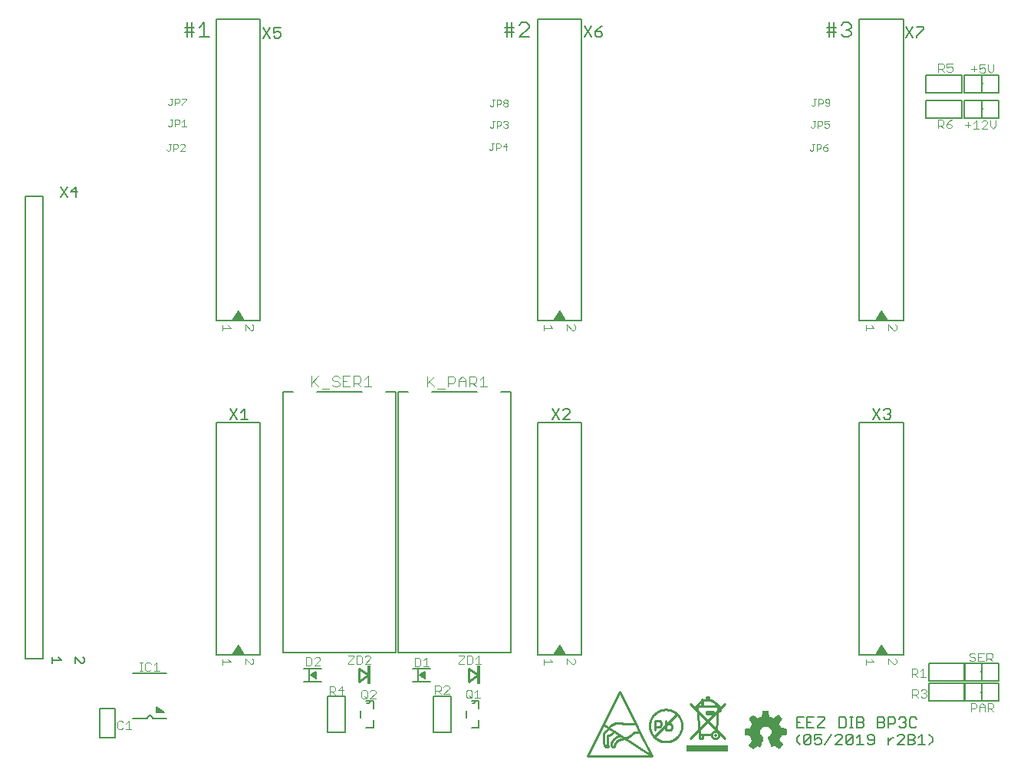
<source format=gto>
G75*
%MOIN*%
%OFA0B0*%
%FSLAX25Y25*%
%IPPOS*%
%LPD*%
%AMOC8*
5,1,8,0,0,1.08239X$1,22.5*
%
%ADD10R,0.01485X0.00015*%
%ADD11R,0.00045X0.00015*%
%ADD12R,0.00105X0.00015*%
%ADD13R,0.00165X0.00015*%
%ADD14R,0.00225X0.00015*%
%ADD15R,0.00285X0.00015*%
%ADD16R,0.00345X0.00015*%
%ADD17R,0.00405X0.00015*%
%ADD18R,0.00435X0.00015*%
%ADD19R,0.00465X0.00015*%
%ADD20R,0.00495X0.00015*%
%ADD21R,0.00540X0.00015*%
%ADD22R,0.00585X0.00015*%
%ADD23R,0.00645X0.00015*%
%ADD24R,0.00150X0.00015*%
%ADD25R,0.00675X0.00015*%
%ADD26R,0.00195X0.00015*%
%ADD27R,0.00705X0.00015*%
%ADD28R,0.00240X0.00015*%
%ADD29R,0.00735X0.00015*%
%ADD30R,0.00270X0.00015*%
%ADD31R,0.00765X0.00015*%
%ADD32R,0.00300X0.00015*%
%ADD33R,0.00810X0.00015*%
%ADD34R,0.00360X0.00015*%
%ADD35R,0.00855X0.00015*%
%ADD36R,0.00435X0.00015*%
%ADD37R,0.00915X0.00015*%
%ADD38R,0.00465X0.00015*%
%ADD39R,0.00945X0.00015*%
%ADD40R,0.00960X0.00015*%
%ADD41R,0.00525X0.00015*%
%ADD42R,0.00990X0.00015*%
%ADD43R,0.00555X0.00015*%
%ADD44R,0.01035X0.00015*%
%ADD45R,0.00600X0.00015*%
%ADD46R,0.01080X0.00015*%
%ADD47R,0.01125X0.00015*%
%ADD48R,0.01170X0.00015*%
%ADD49R,0.00720X0.00015*%
%ADD50R,0.01200X0.00015*%
%ADD51R,0.00750X0.00015*%
%ADD52R,0.01230X0.00015*%
%ADD53R,0.00780X0.00015*%
%ADD54R,0.01260X0.00015*%
%ADD55R,0.00810X0.00015*%
%ADD56R,0.01305X0.00015*%
%ADD57R,0.01365X0.00015*%
%ADD58R,0.00900X0.00015*%
%ADD59R,0.01395X0.00015*%
%ADD60R,0.01440X0.00015*%
%ADD61R,0.01470X0.00015*%
%ADD62R,0.01005X0.00015*%
%ADD63R,0.01500X0.00015*%
%ADD64R,0.01020X0.00015*%
%ADD65R,0.01530X0.00015*%
%ADD66R,0.01065X0.00015*%
%ADD67R,0.01575X0.00015*%
%ADD68R,0.01095X0.00015*%
%ADD69R,0.01635X0.00015*%
%ADD70R,0.01155X0.00015*%
%ADD71R,0.01680X0.00015*%
%ADD72R,0.01200X0.00015*%
%ADD73R,0.01710X0.00015*%
%ADD74R,0.01230X0.00015*%
%ADD75R,0.01725X0.00015*%
%ADD76R,0.01245X0.00015*%
%ADD77R,0.01755X0.00015*%
%ADD78R,0.01275X0.00015*%
%ADD79R,0.01800X0.00015*%
%ADD80R,0.01320X0.00015*%
%ADD81R,0.01860X0.00015*%
%ADD82R,0.01905X0.00015*%
%ADD83R,0.01410X0.00015*%
%ADD84R,0.01935X0.00015*%
%ADD85R,0.01455X0.00015*%
%ADD86R,0.01965X0.00015*%
%ADD87R,0.01485X0.00015*%
%ADD88R,0.01995X0.00015*%
%ADD89R,0.01515X0.00015*%
%ADD90R,0.02040X0.00015*%
%ADD91R,0.01530X0.00015*%
%ADD92R,0.02070X0.00015*%
%ADD93R,0.01575X0.00015*%
%ADD94R,0.02115X0.00015*%
%ADD95R,0.01620X0.00015*%
%ADD96R,0.02160X0.00015*%
%ADD97R,0.01665X0.00015*%
%ADD98R,0.02190X0.00015*%
%ADD99R,0.00075X0.00015*%
%ADD100R,0.01695X0.00015*%
%ADD101R,0.02220X0.00015*%
%ADD102R,0.00105X0.00015*%
%ADD103R,0.02235X0.00015*%
%ADD104R,0.00135X0.00015*%
%ADD105R,0.01755X0.00015*%
%ADD106R,0.02280X0.00015*%
%ADD107R,0.00180X0.00015*%
%ADD108R,0.01785X0.00015*%
%ADD109R,0.02340X0.00015*%
%ADD110R,0.00240X0.00015*%
%ADD111R,0.01830X0.00015*%
%ADD112R,0.02385X0.00015*%
%ADD113R,0.01890X0.00015*%
%ADD114R,0.02415X0.00015*%
%ADD115R,0.00330X0.00015*%
%ADD116R,0.00120X0.00015*%
%ADD117R,0.01920X0.00015*%
%ADD118R,0.02430X0.00015*%
%ADD119R,0.00375X0.00015*%
%ADD120R,0.02460X0.00015*%
%ADD121R,0.00405X0.00015*%
%ADD122R,0.00195X0.00015*%
%ADD123R,0.01965X0.00015*%
%ADD124R,0.02505X0.00015*%
%ADD125R,0.00210X0.00015*%
%ADD126R,0.02010X0.00015*%
%ADD127R,0.02535X0.00015*%
%ADD128R,0.00480X0.00015*%
%ADD129R,0.02580X0.00015*%
%ADD130R,0.00540X0.00015*%
%ADD131R,0.02085X0.00015*%
%ADD132R,0.02625X0.00015*%
%ADD133R,0.02130X0.00015*%
%ADD134R,0.02670X0.00015*%
%ADD135R,0.00630X0.00015*%
%ADD136R,0.02700X0.00015*%
%ADD137R,0.00660X0.00015*%
%ADD138R,0.00450X0.00015*%
%ADD139R,0.02190X0.00015*%
%ADD140R,0.02715X0.00015*%
%ADD141R,0.02205X0.00015*%
%ADD142R,0.02745X0.00015*%
%ADD143R,0.00510X0.00015*%
%ADD144R,0.02235X0.00015*%
%ADD145R,0.02775X0.00015*%
%ADD146R,0.02820X0.00015*%
%ADD147R,0.02310X0.00015*%
%ADD148R,0.02880X0.00015*%
%ADD149R,0.00855X0.00015*%
%ADD150R,0.02355X0.00015*%
%ADD151R,0.02895X0.00015*%
%ADD152R,0.00870X0.00015*%
%ADD153R,0.00660X0.00015*%
%ADD154R,0.02925X0.00015*%
%ADD155R,0.00690X0.00015*%
%ADD156R,0.02970X0.00015*%
%ADD157R,0.03000X0.00015*%
%ADD158R,0.00750X0.00015*%
%ADD159R,0.03045X0.00015*%
%ADD160R,0.01005X0.00015*%
%ADD161R,0.00780X0.00015*%
%ADD162R,0.02505X0.00015*%
%ADD163R,0.03090X0.00015*%
%ADD164R,0.01050X0.00015*%
%ADD165R,0.00825X0.00015*%
%ADD166R,0.02550X0.00015*%
%ADD167R,0.03135X0.00015*%
%ADD168R,0.01095X0.00015*%
%ADD169R,0.00870X0.00015*%
%ADD170R,0.03165X0.00015*%
%ADD171R,0.01125X0.00015*%
%ADD172R,0.02625X0.00015*%
%ADD173R,0.03195X0.00015*%
%ADD174R,0.01140X0.00015*%
%ADD175R,0.00930X0.00015*%
%ADD176R,0.02655X0.00015*%
%ADD177R,0.03210X0.00015*%
%ADD178R,0.00960X0.00015*%
%ADD179R,0.03240X0.00015*%
%ADD180R,0.02700X0.00015*%
%ADD181R,0.03285X0.00015*%
%ADD182R,0.01245X0.00015*%
%ADD183R,0.02745X0.00015*%
%ADD184R,0.03330X0.00015*%
%ADD185R,0.02790X0.00015*%
%ADD186R,0.03360X0.00015*%
%ADD187R,0.01110X0.00015*%
%ADD188R,0.02835X0.00015*%
%ADD189R,0.03390X0.00015*%
%ADD190R,0.01335X0.00015*%
%ADD191R,0.01140X0.00015*%
%ADD192R,0.02865X0.00015*%
%ADD193R,0.03420X0.00015*%
%ADD194R,0.01155X0.00015*%
%ADD195R,0.04905X0.00015*%
%ADD196R,0.04920X0.00015*%
%ADD197R,0.02940X0.00015*%
%ADD198R,0.04950X0.00015*%
%ADD199R,0.02985X0.00015*%
%ADD200R,0.04965X0.00015*%
%ADD201R,0.01275X0.00015*%
%ADD202R,0.03015X0.00015*%
%ADD203R,0.04980X0.00015*%
%ADD204R,0.03045X0.00015*%
%ADD205R,0.05010X0.00015*%
%ADD206R,0.01335X0.00015*%
%ADD207R,0.03075X0.00015*%
%ADD208R,0.01350X0.00015*%
%ADD209R,0.03105X0.00015*%
%ADD210R,0.05040X0.00015*%
%ADD211R,0.01380X0.00015*%
%ADD212R,0.05040X0.00015*%
%ADD213R,0.01410X0.00015*%
%ADD214R,0.03180X0.00015*%
%ADD215R,0.05070X0.00015*%
%ADD216R,0.03225X0.00015*%
%ADD217R,0.03255X0.00015*%
%ADD218R,0.05085X0.00015*%
%ADD219R,0.01515X0.00015*%
%ADD220R,0.03300X0.00015*%
%ADD221R,0.05100X0.00015*%
%ADD222R,0.04935X0.00015*%
%ADD223R,0.05115X0.00015*%
%ADD224R,0.04995X0.00015*%
%ADD225R,0.05130X0.00015*%
%ADD226R,0.05010X0.00015*%
%ADD227R,0.05130X0.00015*%
%ADD228R,0.05010X0.00015*%
%ADD229R,0.05025X0.00015*%
%ADD230R,0.05040X0.00015*%
%ADD231R,0.05055X0.00015*%
%ADD232R,0.05130X0.00015*%
%ADD233R,0.05085X0.00015*%
%ADD234R,0.05115X0.00015*%
%ADD235R,0.05145X0.00015*%
%ADD236R,0.05160X0.00015*%
%ADD237R,0.05130X0.00015*%
%ADD238R,0.05190X0.00015*%
%ADD239R,0.05190X0.00015*%
%ADD240R,0.05205X0.00015*%
%ADD241R,0.05220X0.00015*%
%ADD242R,0.05070X0.00015*%
%ADD243R,0.05085X0.00015*%
%ADD244R,0.05205X0.00015*%
%ADD245R,0.05220X0.00015*%
%ADD246R,0.05055X0.00015*%
%ADD247R,0.05025X0.00015*%
%ADD248R,0.05205X0.00015*%
%ADD249R,0.05025X0.00015*%
%ADD250R,0.05190X0.00015*%
%ADD251R,0.05190X0.00015*%
%ADD252R,0.04995X0.00015*%
%ADD253R,0.05175X0.00015*%
%ADD254R,0.04950X0.00015*%
%ADD255R,0.05145X0.00015*%
%ADD256R,0.05145X0.00015*%
%ADD257R,0.04920X0.00015*%
%ADD258R,0.04905X0.00015*%
%ADD259R,0.04905X0.00015*%
%ADD260R,0.05115X0.00015*%
%ADD261R,0.04890X0.00015*%
%ADD262R,0.04890X0.00015*%
%ADD263R,0.04875X0.00015*%
%ADD264R,0.04845X0.00015*%
%ADD265R,0.04830X0.00015*%
%ADD266R,0.04830X0.00015*%
%ADD267R,0.05070X0.00015*%
%ADD268R,0.04830X0.00015*%
%ADD269R,0.04815X0.00015*%
%ADD270R,0.04800X0.00015*%
%ADD271R,0.04800X0.00015*%
%ADD272R,0.05010X0.00015*%
%ADD273R,0.04785X0.00015*%
%ADD274R,0.04770X0.00015*%
%ADD275R,0.04770X0.00015*%
%ADD276R,0.04755X0.00015*%
%ADD277R,0.04740X0.00015*%
%ADD278R,0.04725X0.00015*%
%ADD279R,0.04725X0.00015*%
%ADD280R,0.04980X0.00015*%
%ADD281R,0.04710X0.00015*%
%ADD282R,0.04725X0.00015*%
%ADD283R,0.04710X0.00015*%
%ADD284R,0.04695X0.00015*%
%ADD285R,0.04680X0.00015*%
%ADD286R,0.04695X0.00015*%
%ADD287R,0.04680X0.00015*%
%ADD288R,0.04905X0.00015*%
%ADD289R,0.04665X0.00015*%
%ADD290R,0.04650X0.00015*%
%ADD291R,0.04635X0.00015*%
%ADD292R,0.04620X0.00015*%
%ADD293R,0.04620X0.00015*%
%ADD294R,0.04890X0.00015*%
%ADD295R,0.04605X0.00015*%
%ADD296R,0.04605X0.00015*%
%ADD297R,0.04590X0.00015*%
%ADD298R,0.04845X0.00015*%
%ADD299R,0.04575X0.00015*%
%ADD300R,0.04590X0.00015*%
%ADD301R,0.04575X0.00015*%
%ADD302R,0.04845X0.00015*%
%ADD303R,0.04560X0.00015*%
%ADD304R,0.04545X0.00015*%
%ADD305R,0.04530X0.00015*%
%ADD306R,0.04515X0.00015*%
%ADD307R,0.04530X0.00015*%
%ADD308R,0.04500X0.00015*%
%ADD309R,0.04515X0.00015*%
%ADD310R,0.04785X0.00015*%
%ADD311R,0.04485X0.00015*%
%ADD312R,0.04755X0.00015*%
%ADD313R,0.04470X0.00015*%
%ADD314R,0.04740X0.00015*%
%ADD315R,0.04485X0.00015*%
%ADD316R,0.04755X0.00015*%
%ADD317R,0.04545X0.00015*%
%ADD318R,0.04695X0.00015*%
%ADD319R,0.04680X0.00015*%
%ADD320R,0.04665X0.00015*%
%ADD321R,0.04725X0.00015*%
%ADD322R,0.04680X0.00015*%
%ADD323R,0.04860X0.00015*%
%ADD324R,0.04740X0.00015*%
%ADD325R,0.04875X0.00015*%
%ADD326R,0.04965X0.00015*%
%ADD327R,0.04860X0.00015*%
%ADD328R,0.04995X0.00015*%
%ADD329R,0.04875X0.00015*%
%ADD330R,0.04980X0.00015*%
%ADD331R,0.05235X0.00015*%
%ADD332R,0.05235X0.00015*%
%ADD333R,0.05250X0.00015*%
%ADD334R,0.05280X0.00015*%
%ADD335R,0.05295X0.00015*%
%ADD336R,0.05325X0.00015*%
%ADD337R,0.05340X0.00015*%
%ADD338R,0.05235X0.00015*%
%ADD339R,0.05355X0.00015*%
%ADD340R,0.05370X0.00015*%
%ADD341R,0.05265X0.00015*%
%ADD342R,0.05370X0.00015*%
%ADD343R,0.05280X0.00015*%
%ADD344R,0.05385X0.00015*%
%ADD345R,0.05295X0.00015*%
%ADD346R,0.05400X0.00015*%
%ADD347R,0.05415X0.00015*%
%ADD348R,0.05310X0.00015*%
%ADD349R,0.05430X0.00015*%
%ADD350R,0.05445X0.00015*%
%ADD351R,0.05460X0.00015*%
%ADD352R,0.05355X0.00015*%
%ADD353R,0.05475X0.00015*%
%ADD354R,0.05505X0.00015*%
%ADD355R,0.05520X0.00015*%
%ADD356R,0.05535X0.00015*%
%ADD357R,0.05550X0.00015*%
%ADD358R,0.05550X0.00015*%
%ADD359R,0.05475X0.00015*%
%ADD360R,0.05490X0.00015*%
%ADD361R,0.05475X0.00015*%
%ADD362R,0.05385X0.00015*%
%ADD363R,0.05370X0.00015*%
%ADD364R,0.05325X0.00015*%
%ADD365R,0.05310X0.00015*%
%ADD366R,0.05265X0.00015*%
%ADD367R,0.05175X0.00015*%
%ADD368R,0.04980X0.00015*%
%ADD369R,0.04965X0.00015*%
%ADD370R,0.04860X0.00015*%
%ADD371R,0.04845X0.00015*%
%ADD372R,0.04815X0.00015*%
%ADD373R,0.04770X0.00015*%
%ADD374R,0.05295X0.00015*%
%ADD375R,0.04635X0.00015*%
%ADD376R,0.05610X0.00015*%
%ADD377R,0.05700X0.00015*%
%ADD378R,0.05760X0.00015*%
%ADD379R,0.05805X0.00015*%
%ADD380R,0.05850X0.00015*%
%ADD381R,0.05895X0.00015*%
%ADD382R,0.06000X0.00015*%
%ADD383R,0.06135X0.00015*%
%ADD384R,0.06225X0.00015*%
%ADD385R,0.06300X0.00015*%
%ADD386R,0.06330X0.00015*%
%ADD387R,0.06375X0.00015*%
%ADD388R,0.06450X0.00015*%
%ADD389R,0.06570X0.00015*%
%ADD390R,0.05565X0.00015*%
%ADD391R,0.06690X0.00015*%
%ADD392R,0.06735X0.00015*%
%ADD393R,0.05790X0.00015*%
%ADD394R,0.06765X0.00015*%
%ADD395R,0.05850X0.00015*%
%ADD396R,0.06780X0.00015*%
%ADD397R,0.05895X0.00015*%
%ADD398R,0.06795X0.00015*%
%ADD399R,0.05955X0.00015*%
%ADD400R,0.06810X0.00015*%
%ADD401R,0.06060X0.00015*%
%ADD402R,0.06195X0.00015*%
%ADD403R,0.06825X0.00015*%
%ADD404R,0.06330X0.00015*%
%ADD405R,0.06840X0.00015*%
%ADD406R,0.06390X0.00015*%
%ADD407R,0.06495X0.00015*%
%ADD408R,0.06840X0.00015*%
%ADD409R,0.06555X0.00015*%
%ADD410R,0.06825X0.00015*%
%ADD411R,0.06645X0.00015*%
%ADD412R,0.06825X0.00015*%
%ADD413R,0.06705X0.00015*%
%ADD414R,0.06705X0.00015*%
%ADD415R,0.06810X0.00015*%
%ADD416R,0.06720X0.00015*%
%ADD417R,0.06795X0.00015*%
%ADD418R,0.06750X0.00015*%
%ADD419R,0.06765X0.00015*%
%ADD420R,0.06795X0.00015*%
%ADD421R,0.06780X0.00015*%
%ADD422R,0.06780X0.00015*%
%ADD423R,0.06750X0.00015*%
%ADD424R,0.06720X0.00015*%
%ADD425R,0.06720X0.00015*%
%ADD426R,0.06705X0.00015*%
%ADD427R,0.06705X0.00015*%
%ADD428R,0.06690X0.00015*%
%ADD429R,0.06675X0.00015*%
%ADD430R,0.06690X0.00015*%
%ADD431R,0.06675X0.00015*%
%ADD432R,0.06675X0.00015*%
%ADD433R,0.06660X0.00015*%
%ADD434R,0.06675X0.00015*%
%ADD435R,0.06660X0.00015*%
%ADD436R,0.06660X0.00015*%
%ADD437R,0.06645X0.00015*%
%ADD438R,0.06630X0.00015*%
%ADD439R,0.06660X0.00015*%
%ADD440R,0.06630X0.00015*%
%ADD441R,0.06645X0.00015*%
%ADD442R,0.06735X0.00015*%
%ADD443R,0.06765X0.00015*%
%ADD444R,0.06780X0.00015*%
%ADD445R,0.06825X0.00015*%
%ADD446R,0.06855X0.00015*%
%ADD447R,0.06855X0.00015*%
%ADD448R,0.06870X0.00015*%
%ADD449R,0.06885X0.00015*%
%ADD450R,0.06525X0.00015*%
%ADD451R,0.06405X0.00015*%
%ADD452R,0.06255X0.00015*%
%ADD453R,0.06165X0.00015*%
%ADD454R,0.06870X0.00015*%
%ADD455R,0.06120X0.00015*%
%ADD456R,0.06885X0.00015*%
%ADD457R,0.06060X0.00015*%
%ADD458R,0.06015X0.00015*%
%ADD459R,0.05910X0.00015*%
%ADD460R,0.05670X0.00015*%
%ADD461R,0.05595X0.00015*%
%ADD462R,0.06585X0.00015*%
%ADD463R,0.05160X0.00015*%
%ADD464R,0.06390X0.00015*%
%ADD465R,0.05025X0.00015*%
%ADD466R,0.06330X0.00015*%
%ADD467R,0.06075X0.00015*%
%ADD468R,0.05820X0.00015*%
%ADD469R,0.05775X0.00015*%
%ADD470R,0.05685X0.00015*%
%ADD471R,0.05460X0.00015*%
%ADD472R,0.04860X0.00015*%
%ADD473R,0.04935X0.00015*%
%ADD474R,0.05160X0.00015*%
%ADD475R,0.05325X0.00015*%
%ADD476R,0.05340X0.00015*%
%ADD477R,0.05355X0.00015*%
%ADD478R,0.05430X0.00015*%
%ADD479R,0.05535X0.00015*%
%ADD480R,0.05595X0.00015*%
%ADD481R,0.05640X0.00015*%
%ADD482R,0.05640X0.00015*%
%ADD483R,0.05670X0.00015*%
%ADD484R,0.05685X0.00015*%
%ADD485R,0.05700X0.00015*%
%ADD486R,0.05715X0.00015*%
%ADD487R,0.05715X0.00015*%
%ADD488R,0.05730X0.00015*%
%ADD489R,0.05745X0.00015*%
%ADD490R,0.05760X0.00015*%
%ADD491R,0.06000X0.00015*%
%ADD492R,0.06105X0.00015*%
%ADD493R,0.06180X0.00015*%
%ADD494R,0.06210X0.00015*%
%ADD495R,0.12690X0.00015*%
%ADD496R,0.12675X0.00015*%
%ADD497R,0.12660X0.00015*%
%ADD498R,0.12660X0.00015*%
%ADD499R,0.12645X0.00015*%
%ADD500R,0.12615X0.00015*%
%ADD501R,0.12600X0.00015*%
%ADD502R,0.12585X0.00015*%
%ADD503R,0.12555X0.00015*%
%ADD504R,0.12540X0.00015*%
%ADD505R,0.12525X0.00015*%
%ADD506R,0.12510X0.00015*%
%ADD507R,0.12510X0.00015*%
%ADD508R,0.12480X0.00015*%
%ADD509R,0.12450X0.00015*%
%ADD510R,0.12435X0.00015*%
%ADD511R,0.12420X0.00015*%
%ADD512R,0.12390X0.00015*%
%ADD513R,0.12375X0.00015*%
%ADD514R,0.12360X0.00015*%
%ADD515R,0.12330X0.00015*%
%ADD516R,0.12300X0.00015*%
%ADD517R,0.12285X0.00015*%
%ADD518R,0.12270X0.00015*%
%ADD519R,0.12255X0.00015*%
%ADD520R,0.12240X0.00015*%
%ADD521R,0.12225X0.00015*%
%ADD522R,0.12195X0.00015*%
%ADD523R,0.12165X0.00015*%
%ADD524R,0.12150X0.00015*%
%ADD525R,0.12135X0.00015*%
%ADD526R,0.12120X0.00015*%
%ADD527R,0.12090X0.00015*%
%ADD528R,0.12075X0.00015*%
%ADD529R,0.12060X0.00015*%
%ADD530R,0.12045X0.00015*%
%ADD531R,0.12015X0.00015*%
%ADD532R,0.12000X0.00015*%
%ADD533R,0.11985X0.00015*%
%ADD534R,0.11955X0.00015*%
%ADD535R,0.11940X0.00015*%
%ADD536R,0.11925X0.00015*%
%ADD537R,0.11910X0.00015*%
%ADD538R,0.11910X0.00015*%
%ADD539R,0.11880X0.00015*%
%ADD540R,0.11850X0.00015*%
%ADD541R,0.11835X0.00015*%
%ADD542R,0.11805X0.00015*%
%ADD543R,0.11775X0.00015*%
%ADD544R,0.11760X0.00015*%
%ADD545R,0.11745X0.00015*%
%ADD546R,0.11730X0.00015*%
%ADD547R,0.11700X0.00015*%
%ADD548R,0.11700X0.00015*%
%ADD549R,0.11685X0.00015*%
%ADD550R,0.11655X0.00015*%
%ADD551R,0.11640X0.00015*%
%ADD552R,0.11625X0.00015*%
%ADD553R,0.11625X0.00015*%
%ADD554R,0.11670X0.00015*%
%ADD555R,0.11715X0.00015*%
%ADD556R,0.11790X0.00015*%
%ADD557R,0.11820X0.00015*%
%ADD558R,0.11820X0.00015*%
%ADD559R,0.11880X0.00015*%
%ADD560R,0.11895X0.00015*%
%ADD561R,0.11970X0.00015*%
%ADD562R,0.12045X0.00015*%
%ADD563R,0.12075X0.00015*%
%ADD564R,0.12105X0.00015*%
%ADD565R,0.12135X0.00015*%
%ADD566R,0.12165X0.00015*%
%ADD567R,0.12180X0.00015*%
%ADD568R,0.12195X0.00015*%
%ADD569R,0.12210X0.00015*%
%ADD570R,0.12225X0.00015*%
%ADD571R,0.12255X0.00015*%
%ADD572R,0.12360X0.00015*%
%ADD573R,0.12390X0.00015*%
%ADD574R,0.12405X0.00015*%
%ADD575R,0.12435X0.00015*%
%ADD576R,0.12480X0.00015*%
%ADD577R,0.12480X0.00015*%
%ADD578R,0.12510X0.00015*%
%ADD579R,0.12570X0.00015*%
%ADD580R,0.12630X0.00015*%
%ADD581R,0.12675X0.00015*%
%ADD582R,0.12705X0.00015*%
%ADD583R,0.12735X0.00015*%
%ADD584R,0.12750X0.00015*%
%ADD585R,0.12780X0.00015*%
%ADD586R,0.12795X0.00015*%
%ADD587R,0.12810X0.00015*%
%ADD588R,0.12840X0.00015*%
%ADD589R,0.12855X0.00015*%
%ADD590R,0.12885X0.00015*%
%ADD591R,0.12900X0.00015*%
%ADD592R,0.12915X0.00015*%
%ADD593R,0.12945X0.00015*%
%ADD594R,0.12960X0.00015*%
%ADD595R,0.12990X0.00015*%
%ADD596R,0.13005X0.00015*%
%ADD597R,0.13020X0.00015*%
%ADD598R,0.13035X0.00015*%
%ADD599R,0.13065X0.00015*%
%ADD600R,0.13080X0.00015*%
%ADD601R,0.13110X0.00015*%
%ADD602R,0.13125X0.00015*%
%ADD603R,0.13155X0.00015*%
%ADD604R,0.13170X0.00015*%
%ADD605R,0.13200X0.00015*%
%ADD606R,0.13230X0.00015*%
%ADD607R,0.13260X0.00015*%
%ADD608R,0.13290X0.00015*%
%ADD609R,0.13320X0.00015*%
%ADD610R,0.13350X0.00015*%
%ADD611R,0.13365X0.00015*%
%ADD612R,0.13395X0.00015*%
%ADD613R,0.13425X0.00015*%
%ADD614R,0.13455X0.00015*%
%ADD615R,0.13470X0.00015*%
%ADD616R,0.13500X0.00015*%
%ADD617R,0.13530X0.00015*%
%ADD618R,0.13560X0.00015*%
%ADD619R,0.13575X0.00015*%
%ADD620R,0.13605X0.00015*%
%ADD621R,0.13635X0.00015*%
%ADD622R,0.13650X0.00015*%
%ADD623R,0.13680X0.00015*%
%ADD624R,0.13695X0.00015*%
%ADD625R,0.13725X0.00015*%
%ADD626R,0.13740X0.00015*%
%ADD627R,0.13770X0.00015*%
%ADD628R,0.13785X0.00015*%
%ADD629R,0.13800X0.00015*%
%ADD630R,0.13830X0.00015*%
%ADD631R,0.13860X0.00015*%
%ADD632R,0.13875X0.00015*%
%ADD633R,0.13905X0.00015*%
%ADD634R,0.13935X0.00015*%
%ADD635R,0.13950X0.00015*%
%ADD636R,0.13980X0.00015*%
%ADD637R,0.14010X0.00015*%
%ADD638R,0.14025X0.00015*%
%ADD639R,0.14055X0.00015*%
%ADD640R,0.14070X0.00015*%
%ADD641R,0.14085X0.00015*%
%ADD642R,0.14115X0.00015*%
%ADD643R,0.14145X0.00015*%
%ADD644R,0.14160X0.00015*%
%ADD645R,0.14190X0.00015*%
%ADD646R,0.14205X0.00015*%
%ADD647R,0.14220X0.00015*%
%ADD648R,0.14235X0.00015*%
%ADD649R,0.14265X0.00015*%
%ADD650R,0.14280X0.00015*%
%ADD651R,0.14295X0.00015*%
%ADD652R,0.14295X0.00015*%
%ADD653R,0.14250X0.00015*%
%ADD654R,0.14205X0.00015*%
%ADD655R,0.14175X0.00015*%
%ADD656R,0.14160X0.00015*%
%ADD657R,0.14130X0.00015*%
%ADD658R,0.14100X0.00015*%
%ADD659R,0.14040X0.00015*%
%ADD660R,0.14010X0.00015*%
%ADD661R,0.03465X0.00015*%
%ADD662R,0.10440X0.00015*%
%ADD663R,0.03420X0.00015*%
%ADD664R,0.10395X0.00015*%
%ADD665R,0.03375X0.00015*%
%ADD666R,0.10335X0.00015*%
%ADD667R,0.03570X0.00015*%
%ADD668R,0.06600X0.00015*%
%ADD669R,0.03525X0.00015*%
%ADD670R,0.03270X0.00015*%
%ADD671R,0.03495X0.00015*%
%ADD672R,0.03210X0.00015*%
%ADD673R,0.06480X0.00015*%
%ADD674R,0.03435X0.00015*%
%ADD675R,0.03165X0.00015*%
%ADD676R,0.03390X0.00015*%
%ADD677R,0.03120X0.00015*%
%ADD678R,0.06315X0.00015*%
%ADD679R,0.03345X0.00015*%
%ADD680R,0.03090X0.00015*%
%ADD681R,0.03075X0.00015*%
%ADD682R,0.06225X0.00015*%
%ADD683R,0.03270X0.00015*%
%ADD684R,0.06180X0.00015*%
%ADD685R,0.02970X0.00015*%
%ADD686R,0.06075X0.00015*%
%ADD687R,0.03195X0.00015*%
%ADD688R,0.02925X0.00015*%
%ADD689R,0.05985X0.00015*%
%ADD690R,0.03135X0.00015*%
%ADD691R,0.02850X0.00015*%
%ADD692R,0.05835X0.00015*%
%ADD693R,0.03030X0.00015*%
%ADD694R,0.02805X0.00015*%
%ADD695R,0.02730X0.00015*%
%ADD696R,0.05625X0.00015*%
%ADD697R,0.02925X0.00015*%
%ADD698R,0.02640X0.00015*%
%ADD699R,0.02595X0.00015*%
%ADD700R,0.02565X0.00015*%
%ADD701R,0.02760X0.00015*%
%ADD702R,0.02520X0.00015*%
%ADD703R,0.02730X0.00015*%
%ADD704R,0.02475X0.00015*%
%ADD705R,0.02685X0.00015*%
%ADD706R,0.02445X0.00015*%
%ADD707R,0.02400X0.00015*%
%ADD708R,0.02370X0.00015*%
%ADD709R,0.02565X0.00015*%
%ADD710R,0.02340X0.00015*%
%ADD711R,0.02325X0.00015*%
%ADD712R,0.02505X0.00015*%
%ADD713R,0.02280X0.00015*%
%ADD714R,0.02460X0.00015*%
%ADD715R,0.04560X0.00015*%
%ADD716R,0.02190X0.00015*%
%ADD717R,0.04440X0.00015*%
%ADD718R,0.02370X0.00015*%
%ADD719R,0.02145X0.00015*%
%ADD720R,0.04365X0.00015*%
%ADD721R,0.04320X0.00015*%
%ADD722R,0.02310X0.00015*%
%ADD723R,0.02100X0.00015*%
%ADD724R,0.04260X0.00015*%
%ADD725R,0.04200X0.00015*%
%ADD726R,0.02265X0.00015*%
%ADD727R,0.02040X0.00015*%
%ADD728R,0.04095X0.00015*%
%ADD729R,0.02220X0.00015*%
%ADD730R,0.03915X0.00015*%
%ADD731R,0.02175X0.00015*%
%ADD732R,0.03765X0.00015*%
%ADD733R,0.03675X0.00015*%
%ADD734R,0.01890X0.00015*%
%ADD735R,0.03615X0.00015*%
%ADD736R,0.02055X0.00015*%
%ADD737R,0.01860X0.00015*%
%ADD738R,0.03555X0.00015*%
%ADD739R,0.01815X0.00015*%
%ADD740R,0.03450X0.00015*%
%ADD741R,0.01725X0.00015*%
%ADD742R,0.03315X0.00015*%
%ADD743R,0.01905X0.00015*%
%ADD744R,0.01680X0.00015*%
%ADD745R,0.01650X0.00015*%
%ADD746R,0.01620X0.00015*%
%ADD747R,0.01590X0.00015*%
%ADD748R,0.01770X0.00015*%
%ADD749R,0.01560X0.00015*%
%ADD750R,0.03240X0.00015*%
%ADD751R,0.01740X0.00015*%
%ADD752R,0.01665X0.00015*%
%ADD753R,0.01455X0.00015*%
%ADD754R,0.01635X0.00015*%
%ADD755R,0.01410X0.00015*%
%ADD756R,0.01395X0.00015*%
%ADD757R,0.01365X0.00015*%
%ADD758R,0.01335X0.00015*%
%ADD759R,0.01290X0.00015*%
%ADD760R,0.03210X0.00015*%
%ADD761R,0.01455X0.00015*%
%ADD762R,0.01185X0.00015*%
%ADD763R,0.01290X0.00015*%
%ADD764R,0.01110X0.00015*%
%ADD765R,0.01260X0.00015*%
%ADD766R,0.03180X0.00015*%
%ADD767R,0.00975X0.00015*%
%ADD768R,0.03150X0.00015*%
%ADD769R,0.00885X0.00015*%
%ADD770R,0.03150X0.00015*%
%ADD771R,0.01050X0.00015*%
%ADD772R,0.00795X0.00015*%
%ADD773R,0.00885X0.00015*%
%ADD774R,0.00690X0.00015*%
%ADD775R,0.00840X0.00015*%
%ADD776R,0.00570X0.00015*%
%ADD777R,0.00525X0.00015*%
%ADD778R,0.03105X0.00015*%
%ADD779R,0.00660X0.00015*%
%ADD780R,0.00615X0.00015*%
%ADD781R,0.00420X0.00015*%
%ADD782R,0.00555X0.00015*%
%ADD783R,0.00390X0.00015*%
%ADD784R,0.00525X0.00015*%
%ADD785R,0.00360X0.00015*%
%ADD786R,0.00495X0.00015*%
%ADD787R,0.03075X0.00015*%
%ADD788R,0.00450X0.00015*%
%ADD789R,0.00225X0.00015*%
%ADD790R,0.00345X0.00015*%
%ADD791R,0.00255X0.00015*%
%ADD792R,0.03060X0.00015*%
%ADD793R,0.00180X0.00015*%
%ADD794R,0.00075X0.00015*%
%ADD795R,0.03000X0.00015*%
%ADD796R,0.02955X0.00015*%
%ADD797R,0.02940X0.00015*%
%ADD798R,0.02940X0.00015*%
%ADD799R,0.02910X0.00015*%
%ADD800R,0.02910X0.00015*%
%ADD801R,0.02865X0.00015*%
%ADD802R,0.02805X0.00015*%
%ADD803R,0.02775X0.00015*%
%ADD804R,0.02760X0.00015*%
%ADD805R,0.02655X0.00015*%
%ADD806R,0.02640X0.00015*%
%ADD807R,0.02610X0.00015*%
%ADD808R,0.02595X0.00015*%
%ADD809R,0.02535X0.00015*%
%ADD810R,0.02475X0.00015*%
%ADD811R,0.02175X0.00015*%
%ADD812R,0.01575X0.00015*%
%ADD813C,0.00500*%
%ADD814C,0.00700*%
%ADD815C,0.00800*%
%ADD816C,0.00400*%
%ADD817R,0.00787X0.05512*%
%ADD818C,0.00600*%
%ADD819C,0.01000*%
%ADD820R,0.01181X0.08268*%
%ADD821R,0.00787X0.00787*%
%ADD822R,0.18000X0.03000*%
%ADD823C,0.00300*%
D10*
X0373367Y0039507D03*
D11*
X0370477Y0033798D03*
X0378682Y0034668D03*
X0381862Y0033963D03*
D12*
X0370477Y0033813D03*
D13*
X0370477Y0033828D03*
D14*
X0370477Y0033843D03*
D15*
X0370477Y0033857D03*
X0370567Y0048243D03*
D16*
X0370477Y0033872D03*
X0378727Y0034757D03*
D17*
X0378742Y0034772D03*
X0370477Y0033887D03*
D18*
X0370477Y0033903D03*
D19*
X0370477Y0033918D03*
D20*
X0370477Y0033933D03*
X0381862Y0034098D03*
D21*
X0370484Y0033948D03*
D22*
X0370492Y0033963D03*
X0373507Y0034772D03*
X0378817Y0034863D03*
D23*
X0378832Y0034878D03*
X0381847Y0034157D03*
X0370492Y0033978D03*
D24*
X0378674Y0034698D03*
X0381869Y0033978D03*
D25*
X0381847Y0034172D03*
X0373477Y0034818D03*
X0370492Y0033993D03*
D26*
X0381862Y0033993D03*
D27*
X0378862Y0034922D03*
X0373462Y0034833D03*
X0370492Y0034007D03*
D28*
X0381869Y0034007D03*
D29*
X0370492Y0034022D03*
D30*
X0378704Y0034743D03*
X0381869Y0034022D03*
D31*
X0373447Y0034848D03*
X0370492Y0034037D03*
D32*
X0373604Y0034668D03*
X0381869Y0034037D03*
X0381494Y0048287D03*
D33*
X0370499Y0034053D03*
D34*
X0381869Y0034053D03*
D35*
X0381832Y0034248D03*
X0370507Y0034068D03*
D36*
X0373567Y0034728D03*
X0378757Y0034787D03*
X0381862Y0034068D03*
D37*
X0378922Y0034998D03*
X0373387Y0034922D03*
X0370507Y0034083D03*
X0370597Y0047987D03*
D38*
X0370582Y0048168D03*
X0381862Y0034083D03*
D39*
X0381832Y0034278D03*
X0373372Y0034937D03*
X0370507Y0034098D03*
X0381472Y0048048D03*
X0375892Y0050163D03*
D40*
X0370514Y0034113D03*
D41*
X0381862Y0034113D03*
D42*
X0381824Y0034293D03*
X0378944Y0035043D03*
X0370514Y0034128D03*
X0381464Y0048033D03*
D43*
X0381862Y0034128D03*
D44*
X0370522Y0034143D03*
D45*
X0381854Y0034143D03*
X0370589Y0048122D03*
D46*
X0381464Y0047987D03*
X0378974Y0035072D03*
X0370514Y0034157D03*
D47*
X0370522Y0034172D03*
D48*
X0370529Y0034187D03*
X0373304Y0035028D03*
X0379004Y0035133D03*
X0381449Y0047957D03*
D49*
X0381479Y0048137D03*
X0381839Y0034187D03*
D50*
X0370529Y0034203D03*
D51*
X0381839Y0034203D03*
D52*
X0370529Y0034218D03*
X0370619Y0047868D03*
X0381449Y0047943D03*
D53*
X0381479Y0048107D03*
X0381839Y0034218D03*
D54*
X0370529Y0034233D03*
D55*
X0373424Y0034863D03*
X0381839Y0034233D03*
X0381479Y0048093D03*
D56*
X0379057Y0035193D03*
X0370537Y0034248D03*
D57*
X0370537Y0034263D03*
X0373237Y0035118D03*
X0381802Y0034457D03*
D58*
X0381824Y0034263D03*
X0373394Y0034907D03*
D59*
X0370537Y0034278D03*
D60*
X0370544Y0034293D03*
D61*
X0370544Y0034307D03*
X0379094Y0035283D03*
D62*
X0381817Y0034307D03*
D63*
X0370544Y0034322D03*
X0370634Y0047763D03*
X0381434Y0047837D03*
D64*
X0381464Y0048018D03*
X0370604Y0047957D03*
X0381824Y0034322D03*
D65*
X0370544Y0034337D03*
D66*
X0381817Y0034337D03*
D67*
X0370552Y0034353D03*
D68*
X0381817Y0034353D03*
D69*
X0370552Y0034368D03*
D70*
X0381817Y0034368D03*
D71*
X0370559Y0034383D03*
D72*
X0373304Y0035043D03*
X0379019Y0035148D03*
X0381809Y0034383D03*
D73*
X0370559Y0034398D03*
D74*
X0381809Y0034398D03*
D75*
X0381772Y0034607D03*
X0370567Y0034413D03*
D76*
X0381802Y0034413D03*
D77*
X0370567Y0034428D03*
D78*
X0373267Y0035072D03*
X0381802Y0034428D03*
D79*
X0370559Y0034443D03*
X0381419Y0047718D03*
D80*
X0381449Y0047898D03*
X0381794Y0034443D03*
X0373259Y0035087D03*
D81*
X0370574Y0034457D03*
D82*
X0370582Y0034472D03*
X0370657Y0047598D03*
D83*
X0381794Y0034472D03*
D84*
X0381757Y0034698D03*
X0370582Y0034487D03*
X0370657Y0047583D03*
X0376072Y0050133D03*
D85*
X0379087Y0035268D03*
X0381787Y0034487D03*
D86*
X0370582Y0034503D03*
D87*
X0381787Y0034503D03*
D88*
X0370582Y0034518D03*
X0370657Y0047568D03*
D89*
X0381787Y0034518D03*
D90*
X0381749Y0034743D03*
X0370589Y0034533D03*
X0381404Y0047628D03*
D91*
X0381434Y0047822D03*
X0381779Y0034533D03*
D92*
X0370589Y0034548D03*
X0370664Y0047537D03*
D93*
X0381787Y0034548D03*
D94*
X0370597Y0034563D03*
D95*
X0381779Y0034563D03*
D96*
X0381734Y0034787D03*
X0370604Y0034578D03*
D97*
X0381772Y0034578D03*
D98*
X0370604Y0034593D03*
D99*
X0373657Y0034593D03*
D100*
X0381772Y0034593D03*
D101*
X0370604Y0034607D03*
D102*
X0373657Y0034607D03*
D103*
X0370612Y0034622D03*
X0370672Y0047463D03*
X0376087Y0050087D03*
D104*
X0373657Y0034622D03*
D105*
X0381772Y0034622D03*
D106*
X0381719Y0034848D03*
X0370619Y0034637D03*
D107*
X0373634Y0034637D03*
D108*
X0381772Y0034637D03*
X0370642Y0047657D03*
D109*
X0370619Y0034653D03*
D110*
X0373619Y0034653D03*
D111*
X0381764Y0034653D03*
X0381419Y0047703D03*
D112*
X0381712Y0034893D03*
X0370627Y0034668D03*
D113*
X0381764Y0034668D03*
D114*
X0381712Y0034907D03*
X0370627Y0034683D03*
X0381367Y0047463D03*
D115*
X0370574Y0048228D03*
X0373589Y0034683D03*
D116*
X0378674Y0034683D03*
X0370574Y0048272D03*
D117*
X0381764Y0034683D03*
D118*
X0381704Y0034922D03*
X0370634Y0034698D03*
X0376079Y0050013D03*
D119*
X0373582Y0034698D03*
D120*
X0370634Y0034713D03*
X0381704Y0034937D03*
D121*
X0373582Y0034713D03*
D122*
X0378682Y0034713D03*
D123*
X0381757Y0034713D03*
X0381412Y0047657D03*
D124*
X0370642Y0034728D03*
D125*
X0378689Y0034728D03*
D126*
X0381749Y0034728D03*
X0381404Y0047643D03*
D127*
X0381352Y0047418D03*
X0376072Y0049757D03*
X0376072Y0049772D03*
X0376072Y0049787D03*
X0376072Y0049818D03*
X0370642Y0034743D03*
D128*
X0373559Y0034743D03*
X0378764Y0034818D03*
X0381494Y0048228D03*
D129*
X0381344Y0047387D03*
X0376079Y0049683D03*
X0381689Y0034983D03*
X0370649Y0034757D03*
D130*
X0373529Y0034757D03*
X0378794Y0034848D03*
D131*
X0381742Y0034757D03*
X0381397Y0047598D03*
D132*
X0370657Y0034772D03*
D133*
X0381734Y0034772D03*
X0381389Y0047583D03*
X0370664Y0047507D03*
D134*
X0370724Y0047268D03*
X0376064Y0049472D03*
X0376064Y0049487D03*
X0381674Y0035028D03*
X0370664Y0034787D03*
D135*
X0373499Y0034787D03*
X0370589Y0048107D03*
D136*
X0376064Y0049353D03*
X0370664Y0034803D03*
D137*
X0373484Y0034803D03*
D138*
X0378764Y0034803D03*
D139*
X0381734Y0034803D03*
D140*
X0370672Y0034818D03*
X0376072Y0049248D03*
X0376072Y0049263D03*
X0376072Y0049278D03*
X0376072Y0049293D03*
X0376072Y0049307D03*
D141*
X0381727Y0034818D03*
D142*
X0370672Y0034833D03*
X0376072Y0049172D03*
D143*
X0378779Y0034833D03*
D144*
X0381727Y0034833D03*
D145*
X0370672Y0034848D03*
X0370732Y0047237D03*
X0381322Y0047313D03*
D146*
X0376064Y0049007D03*
X0376064Y0049022D03*
X0370739Y0047207D03*
X0370679Y0034863D03*
D147*
X0381719Y0034863D03*
D148*
X0381659Y0035118D03*
X0370679Y0034878D03*
X0370739Y0047178D03*
X0376064Y0048798D03*
X0376064Y0048813D03*
X0376064Y0048828D03*
X0376064Y0048843D03*
X0376064Y0048857D03*
X0376064Y0048872D03*
X0376064Y0048887D03*
X0381314Y0047268D03*
D149*
X0373402Y0034878D03*
D150*
X0381712Y0034878D03*
D151*
X0381652Y0035133D03*
X0370687Y0034893D03*
D152*
X0373394Y0034893D03*
D153*
X0378839Y0034893D03*
X0370589Y0048093D03*
D154*
X0370687Y0034907D03*
D155*
X0378854Y0034907D03*
D156*
X0370694Y0034922D03*
D157*
X0370694Y0034937D03*
X0376049Y0048437D03*
X0376049Y0048468D03*
X0376049Y0048483D03*
X0381299Y0047222D03*
D158*
X0381479Y0048122D03*
X0370589Y0048063D03*
X0378869Y0034937D03*
D159*
X0370702Y0034953D03*
D160*
X0373357Y0034953D03*
D161*
X0378884Y0034953D03*
D162*
X0381697Y0034953D03*
D163*
X0370709Y0034968D03*
X0376064Y0048198D03*
X0376064Y0048213D03*
X0376064Y0048228D03*
D164*
X0370604Y0047943D03*
X0373334Y0034968D03*
X0378959Y0035057D03*
D165*
X0378907Y0034968D03*
X0370597Y0048033D03*
D166*
X0376079Y0049743D03*
X0381689Y0034968D03*
D167*
X0381622Y0035237D03*
X0370717Y0034983D03*
X0376057Y0048033D03*
X0376057Y0048048D03*
X0376057Y0048063D03*
X0376057Y0048078D03*
X0376057Y0048093D03*
D168*
X0373327Y0034983D03*
D169*
X0378914Y0034983D03*
X0370589Y0048018D03*
D170*
X0376042Y0047972D03*
X0376042Y0047957D03*
X0370717Y0034998D03*
D171*
X0373327Y0034998D03*
X0370612Y0047913D03*
X0381457Y0047972D03*
D172*
X0381337Y0047372D03*
X0376072Y0049578D03*
X0376072Y0049593D03*
X0376072Y0049607D03*
X0370717Y0047298D03*
X0381682Y0034998D03*
D173*
X0370717Y0035013D03*
D174*
X0373319Y0035013D03*
D175*
X0378929Y0035013D03*
D176*
X0381682Y0035013D03*
X0376072Y0049518D03*
X0376072Y0049533D03*
X0376072Y0049548D03*
D177*
X0370724Y0035028D03*
D178*
X0378929Y0035028D03*
D179*
X0370724Y0035043D03*
D180*
X0381674Y0035043D03*
X0376064Y0049322D03*
X0376064Y0049337D03*
X0376064Y0049368D03*
X0376064Y0049383D03*
D181*
X0376057Y0047687D03*
X0370732Y0035057D03*
D182*
X0373282Y0035057D03*
X0379027Y0035163D03*
D183*
X0381667Y0035057D03*
D184*
X0370739Y0035072D03*
X0370784Y0046983D03*
D185*
X0376064Y0049068D03*
X0376064Y0049083D03*
X0381659Y0035072D03*
D186*
X0370739Y0035087D03*
X0376064Y0047657D03*
D187*
X0378989Y0035087D03*
D188*
X0381652Y0035087D03*
X0381322Y0047283D03*
X0376057Y0048978D03*
X0376057Y0048993D03*
D189*
X0370739Y0035103D03*
D190*
X0373252Y0035103D03*
D191*
X0378989Y0035103D03*
D192*
X0381652Y0035103D03*
X0376057Y0048903D03*
D193*
X0370739Y0035118D03*
D194*
X0378997Y0035118D03*
X0370612Y0047898D03*
D195*
X0371647Y0039528D03*
X0371887Y0039257D03*
X0371857Y0036183D03*
X0371467Y0035133D03*
X0380182Y0036872D03*
X0380197Y0036843D03*
X0380797Y0035313D03*
D196*
X0380279Y0036693D03*
X0380264Y0036722D03*
X0380264Y0036737D03*
X0380249Y0036768D03*
X0380204Y0039198D03*
X0380189Y0042963D03*
X0380174Y0042978D03*
X0380159Y0042993D03*
X0371639Y0042633D03*
X0371894Y0039243D03*
X0371909Y0039228D03*
X0371804Y0036107D03*
X0371789Y0036078D03*
X0371774Y0036048D03*
X0371459Y0035148D03*
D197*
X0381644Y0035148D03*
D198*
X0380804Y0035343D03*
X0380294Y0036663D03*
X0379769Y0038057D03*
X0380144Y0043022D03*
X0371984Y0043007D03*
X0371924Y0039198D03*
X0371939Y0039183D03*
X0372434Y0037893D03*
X0372434Y0037878D03*
X0371759Y0036018D03*
X0371459Y0035163D03*
D199*
X0381637Y0035163D03*
X0376057Y0048498D03*
D200*
X0372007Y0043037D03*
X0371992Y0043022D03*
X0371602Y0039543D03*
X0371737Y0035987D03*
X0371737Y0035972D03*
X0371452Y0035178D03*
X0379762Y0038072D03*
X0380302Y0036648D03*
X0380317Y0036633D03*
X0380812Y0035357D03*
X0380122Y0043037D03*
D201*
X0379042Y0035178D03*
D202*
X0381622Y0035178D03*
X0370762Y0047133D03*
D203*
X0371609Y0042618D03*
X0371954Y0039168D03*
X0371729Y0035957D03*
X0371714Y0035928D03*
X0371444Y0035193D03*
X0380324Y0036618D03*
X0380339Y0036587D03*
X0380339Y0036572D03*
X0380354Y0036557D03*
D204*
X0381622Y0035193D03*
X0381292Y0047193D03*
X0376057Y0048348D03*
X0376057Y0048363D03*
X0376057Y0048378D03*
X0370762Y0047118D03*
D205*
X0372029Y0043083D03*
X0371444Y0035222D03*
X0371444Y0035207D03*
X0380429Y0036422D03*
X0380129Y0039107D03*
D206*
X0379057Y0035207D03*
D207*
X0381622Y0035207D03*
D208*
X0379064Y0035222D03*
X0381449Y0047883D03*
D209*
X0376057Y0048107D03*
X0376057Y0048122D03*
X0376057Y0048137D03*
X0376057Y0048168D03*
X0376057Y0048183D03*
X0381622Y0035222D03*
D210*
X0380459Y0036363D03*
X0380444Y0036378D03*
X0371624Y0035778D03*
X0371624Y0035763D03*
X0371609Y0035748D03*
X0371444Y0035237D03*
X0372044Y0043098D03*
X0372059Y0043113D03*
D211*
X0379064Y0035237D03*
D212*
X0371444Y0035253D03*
D213*
X0379079Y0035253D03*
D214*
X0381614Y0035253D03*
D215*
X0371594Y0035718D03*
X0371444Y0035283D03*
X0371444Y0035268D03*
D216*
X0381607Y0035268D03*
X0381277Y0047133D03*
X0376042Y0047793D03*
X0376042Y0047807D03*
X0376042Y0047822D03*
X0376042Y0047837D03*
D217*
X0376042Y0047733D03*
X0370777Y0047028D03*
X0381592Y0035283D03*
D218*
X0371452Y0035298D03*
X0372052Y0039048D03*
D219*
X0379102Y0035298D03*
D220*
X0381584Y0035298D03*
X0381269Y0047087D03*
X0370784Y0046998D03*
D221*
X0372059Y0039033D03*
X0372419Y0038087D03*
X0371564Y0035657D03*
X0371564Y0035643D03*
X0371549Y0035628D03*
X0371549Y0035613D03*
X0371444Y0035328D03*
X0371444Y0035313D03*
X0379769Y0038193D03*
X0379769Y0038207D03*
X0379769Y0038222D03*
X0379769Y0038237D03*
X0380069Y0039018D03*
X0380564Y0036183D03*
X0380564Y0036168D03*
X0380579Y0036137D03*
X0380009Y0043172D03*
D222*
X0380152Y0043007D03*
X0380257Y0042918D03*
X0380197Y0039183D03*
X0380182Y0039168D03*
X0379762Y0038043D03*
X0380272Y0036707D03*
X0380287Y0036678D03*
X0380797Y0035328D03*
X0371797Y0036093D03*
X0371782Y0036063D03*
X0371767Y0036033D03*
X0371917Y0039213D03*
X0376057Y0047387D03*
D223*
X0371452Y0035372D03*
X0371452Y0035357D03*
X0371452Y0035343D03*
D224*
X0372427Y0037937D03*
X0372427Y0037968D03*
X0380362Y0036543D03*
X0380377Y0036528D03*
X0380392Y0036513D03*
X0380392Y0036498D03*
X0380812Y0035372D03*
D225*
X0380609Y0036078D03*
X0380594Y0036093D03*
X0379994Y0043187D03*
X0371459Y0035448D03*
X0371459Y0035433D03*
X0371459Y0035418D03*
X0371459Y0035387D03*
D226*
X0371684Y0035868D03*
X0371699Y0035883D03*
X0372419Y0037983D03*
X0372419Y0037998D03*
X0371984Y0039137D03*
X0380399Y0036483D03*
X0380819Y0035387D03*
D227*
X0371459Y0035403D03*
D228*
X0379769Y0038103D03*
X0380819Y0035403D03*
D229*
X0380827Y0035418D03*
X0380092Y0043083D03*
X0380077Y0043098D03*
X0376057Y0047372D03*
X0371992Y0039122D03*
X0372007Y0039107D03*
X0372007Y0039093D03*
X0372427Y0038013D03*
X0371662Y0035837D03*
D230*
X0371654Y0035822D03*
X0371639Y0035807D03*
X0372419Y0038028D03*
X0372419Y0038043D03*
X0379769Y0038118D03*
X0379769Y0038133D03*
X0380099Y0039063D03*
X0380114Y0039078D03*
X0380819Y0035433D03*
X0380069Y0043113D03*
D231*
X0380062Y0043128D03*
X0380047Y0043143D03*
X0380362Y0042872D03*
X0380482Y0036318D03*
X0380497Y0036287D03*
X0380512Y0036272D03*
X0380827Y0035448D03*
X0372022Y0039078D03*
D232*
X0372089Y0038987D03*
X0372419Y0038118D03*
X0371519Y0035568D03*
X0371489Y0035522D03*
X0371474Y0035493D03*
X0371474Y0035478D03*
X0371474Y0035463D03*
X0372119Y0043172D03*
X0379769Y0038283D03*
X0379769Y0038268D03*
D233*
X0380077Y0039033D03*
X0380767Y0039768D03*
X0380032Y0043157D03*
X0380542Y0036228D03*
X0380542Y0036213D03*
X0380557Y0036198D03*
X0380842Y0035463D03*
X0371572Y0035672D03*
X0371527Y0042587D03*
X0372097Y0043157D03*
D234*
X0372067Y0039018D03*
X0371542Y0035598D03*
X0371527Y0035583D03*
X0380587Y0036107D03*
X0380587Y0036122D03*
X0380842Y0035493D03*
X0380842Y0035478D03*
X0380047Y0038987D03*
D235*
X0380032Y0038972D03*
X0379777Y0038298D03*
X0380632Y0036048D03*
X0380647Y0036018D03*
X0380662Y0035987D03*
X0380677Y0035972D03*
X0380842Y0035507D03*
X0379972Y0043218D03*
X0379957Y0043233D03*
X0376057Y0047357D03*
X0372142Y0043187D03*
X0372097Y0038972D03*
X0371497Y0035537D03*
X0371482Y0035507D03*
D236*
X0372419Y0038133D03*
X0372419Y0038148D03*
X0372164Y0043218D03*
X0379769Y0038313D03*
X0380639Y0036033D03*
X0380684Y0035957D03*
X0380834Y0035537D03*
X0380834Y0035522D03*
D237*
X0379979Y0043203D03*
X0372074Y0039003D03*
X0372419Y0038103D03*
X0371504Y0035553D03*
D238*
X0380834Y0035553D03*
D239*
X0380834Y0035568D03*
X0380834Y0035583D03*
X0372419Y0038178D03*
X0372419Y0038193D03*
X0372119Y0038957D03*
D240*
X0372412Y0038222D03*
X0372412Y0038207D03*
X0379777Y0038343D03*
X0380827Y0039783D03*
X0380827Y0035643D03*
X0380827Y0035628D03*
X0380827Y0035613D03*
X0380827Y0035598D03*
D241*
X0380819Y0035657D03*
X0380819Y0035672D03*
X0380819Y0035687D03*
X0379769Y0038357D03*
X0379919Y0043263D03*
X0372134Y0038943D03*
X0372419Y0038237D03*
D242*
X0372419Y0038072D03*
X0372419Y0038057D03*
X0371534Y0039557D03*
X0372074Y0043143D03*
X0371579Y0035687D03*
X0379769Y0038148D03*
X0379769Y0038163D03*
X0379769Y0038178D03*
X0380084Y0039048D03*
X0380474Y0036333D03*
X0380519Y0036257D03*
X0380534Y0036243D03*
D243*
X0371587Y0035703D03*
D244*
X0380812Y0035703D03*
D245*
X0380804Y0035718D03*
X0380804Y0035733D03*
X0380789Y0035748D03*
X0380789Y0035763D03*
X0380774Y0035778D03*
X0380759Y0035793D03*
X0380744Y0035822D03*
X0379979Y0038928D03*
X0379994Y0038943D03*
X0372209Y0043263D03*
D246*
X0372067Y0043128D03*
X0372037Y0039063D03*
X0371602Y0035733D03*
X0380467Y0036348D03*
D247*
X0380437Y0036393D03*
X0380437Y0036407D03*
X0380422Y0036437D03*
X0380122Y0039093D03*
X0371632Y0035793D03*
D248*
X0380722Y0035868D03*
X0380737Y0035837D03*
X0380752Y0035807D03*
D249*
X0371677Y0035853D03*
D250*
X0380729Y0035853D03*
D251*
X0380714Y0035883D03*
X0380714Y0035898D03*
X0380444Y0042857D03*
X0372194Y0043248D03*
X0371459Y0039572D03*
D252*
X0372022Y0043068D03*
X0371722Y0035943D03*
X0371707Y0035913D03*
X0371707Y0035898D03*
X0380407Y0036468D03*
X0380137Y0039122D03*
X0380152Y0039137D03*
X0380317Y0042887D03*
X0380107Y0043068D03*
D253*
X0379942Y0043248D03*
X0379777Y0038328D03*
X0380692Y0035943D03*
X0380707Y0035928D03*
X0380707Y0035913D03*
X0372412Y0038163D03*
D254*
X0371759Y0036003D03*
X0380684Y0039753D03*
X0380279Y0042903D03*
D255*
X0380662Y0036003D03*
D256*
X0380617Y0036063D03*
D257*
X0379769Y0038013D03*
X0379769Y0038028D03*
X0380219Y0039213D03*
X0372434Y0037863D03*
X0371819Y0036122D03*
X0371969Y0042978D03*
D258*
X0371962Y0042963D03*
X0372442Y0037848D03*
X0371827Y0036137D03*
X0379762Y0037983D03*
X0379762Y0037998D03*
X0380212Y0036828D03*
X0380212Y0036813D03*
X0380227Y0036798D03*
X0380242Y0036783D03*
X0380227Y0039228D03*
X0380242Y0039243D03*
X0380227Y0042933D03*
X0380212Y0042948D03*
D259*
X0371842Y0036153D03*
D260*
X0379777Y0038253D03*
X0380062Y0039003D03*
X0380572Y0036153D03*
D261*
X0379769Y0037968D03*
X0380249Y0039257D03*
X0371849Y0036168D03*
D262*
X0371864Y0036198D03*
X0371864Y0036213D03*
X0371879Y0036243D03*
X0371879Y0039272D03*
X0371939Y0042948D03*
X0380159Y0036918D03*
X0380174Y0036887D03*
X0380189Y0036857D03*
D263*
X0380152Y0036933D03*
X0380152Y0036948D03*
X0371887Y0036257D03*
X0371872Y0036228D03*
X0371872Y0039287D03*
X0371932Y0042933D03*
D264*
X0371902Y0042887D03*
X0371902Y0036272D03*
X0380137Y0036963D03*
D265*
X0380294Y0039318D03*
X0371909Y0036287D03*
X0371894Y0042872D03*
D266*
X0371909Y0036303D03*
D267*
X0380489Y0036303D03*
D268*
X0380129Y0036978D03*
X0380114Y0037007D03*
X0380099Y0037037D03*
X0380084Y0037068D03*
X0380069Y0037083D03*
X0379754Y0037907D03*
X0380624Y0039737D03*
X0372434Y0037772D03*
X0372434Y0037757D03*
X0371939Y0036363D03*
X0371924Y0036333D03*
X0371924Y0036318D03*
X0371834Y0039348D03*
X0371699Y0039498D03*
X0371879Y0042857D03*
X0376064Y0047418D03*
D269*
X0371827Y0039363D03*
X0371977Y0036407D03*
X0371962Y0036393D03*
X0371947Y0036378D03*
X0371932Y0036348D03*
X0379747Y0037878D03*
X0379747Y0037893D03*
X0380032Y0037143D03*
X0380047Y0037128D03*
X0380047Y0037113D03*
X0380062Y0037098D03*
D270*
X0380024Y0037157D03*
X0380024Y0037172D03*
X0380309Y0039348D03*
X0380309Y0039363D03*
X0372434Y0037743D03*
X0372434Y0037728D03*
X0372014Y0036483D03*
X0371999Y0036437D03*
X0371984Y0036422D03*
X0371819Y0039378D03*
X0371804Y0039407D03*
X0371729Y0039483D03*
X0371849Y0042828D03*
X0371864Y0042843D03*
D271*
X0371999Y0036453D03*
X0380009Y0037203D03*
D272*
X0380414Y0036453D03*
D273*
X0380017Y0037187D03*
X0379747Y0037863D03*
X0380317Y0039378D03*
X0380332Y0039393D03*
X0380332Y0039407D03*
X0372442Y0037713D03*
X0372022Y0036513D03*
X0372022Y0036498D03*
X0372007Y0036468D03*
X0371812Y0039393D03*
X0371797Y0039422D03*
X0371827Y0042783D03*
X0371842Y0042798D03*
X0371842Y0042813D03*
D274*
X0371819Y0042768D03*
X0371789Y0039437D03*
X0372449Y0037698D03*
X0372029Y0036528D03*
X0379754Y0037848D03*
X0380339Y0039422D03*
X0376064Y0047433D03*
D275*
X0379994Y0037248D03*
X0372044Y0036543D03*
D276*
X0372052Y0036557D03*
X0371752Y0042663D03*
X0380587Y0039722D03*
D277*
X0372059Y0036572D03*
D278*
X0372067Y0036587D03*
X0372082Y0036618D03*
X0371767Y0042678D03*
X0371782Y0042693D03*
X0379882Y0037428D03*
X0379882Y0037413D03*
D279*
X0372082Y0036603D03*
D280*
X0372014Y0043053D03*
X0380114Y0043053D03*
X0380324Y0036603D03*
D281*
X0379874Y0037443D03*
X0379874Y0037457D03*
X0379859Y0037487D03*
X0372464Y0037637D03*
X0372089Y0036633D03*
D282*
X0372097Y0036648D03*
X0379897Y0037398D03*
X0380362Y0039468D03*
D283*
X0380369Y0039483D03*
X0380384Y0039498D03*
X0380384Y0039513D03*
X0380549Y0039707D03*
X0379754Y0037787D03*
X0379754Y0037772D03*
X0372119Y0036678D03*
X0372104Y0036663D03*
D284*
X0372127Y0036693D03*
X0372142Y0036707D03*
X0380392Y0039528D03*
D285*
X0380399Y0039543D03*
X0379754Y0037743D03*
X0379754Y0037728D03*
X0379754Y0037698D03*
X0379814Y0037563D03*
X0379844Y0037518D03*
X0372464Y0037578D03*
X0372464Y0037593D03*
X0372464Y0037607D03*
X0372179Y0036783D03*
X0372164Y0036768D03*
X0372149Y0036722D03*
D286*
X0372157Y0036737D03*
X0372457Y0037622D03*
X0379747Y0037757D03*
X0379837Y0037533D03*
X0379867Y0037472D03*
X0376072Y0047448D03*
D287*
X0372164Y0036753D03*
D288*
X0380257Y0036753D03*
D289*
X0379822Y0037548D03*
X0379807Y0037578D03*
X0379792Y0037593D03*
X0379762Y0037668D03*
X0379762Y0037683D03*
X0379747Y0037713D03*
X0380407Y0039557D03*
X0380422Y0039572D03*
X0372187Y0036813D03*
X0372187Y0036798D03*
D290*
X0372194Y0036828D03*
X0372464Y0037548D03*
X0372464Y0037563D03*
X0380429Y0039587D03*
X0380444Y0039618D03*
X0380459Y0039633D03*
X0380474Y0039648D03*
X0380489Y0039663D03*
X0380504Y0039678D03*
D291*
X0372217Y0036857D03*
X0372202Y0036843D03*
D292*
X0372224Y0036872D03*
X0372224Y0036887D03*
X0372239Y0036918D03*
X0372464Y0037533D03*
D293*
X0372239Y0036903D03*
D294*
X0380174Y0036903D03*
D295*
X0372247Y0036933D03*
D296*
X0372262Y0036948D03*
X0372277Y0036963D03*
D297*
X0372284Y0036978D03*
X0372299Y0036993D03*
X0372299Y0037007D03*
D298*
X0372442Y0037787D03*
X0371842Y0039333D03*
X0371692Y0042648D03*
X0380107Y0037022D03*
X0380122Y0036993D03*
D299*
X0372307Y0037022D03*
D300*
X0372314Y0037037D03*
X0372464Y0037518D03*
D301*
X0372472Y0037503D03*
X0372322Y0037053D03*
D302*
X0380092Y0037053D03*
D303*
X0372344Y0037083D03*
X0372329Y0037068D03*
D304*
X0372352Y0037098D03*
D305*
X0372359Y0037113D03*
X0372359Y0037128D03*
D306*
X0372367Y0037143D03*
X0372382Y0037172D03*
X0372472Y0037428D03*
X0372472Y0037443D03*
D307*
X0372479Y0037457D03*
X0372374Y0037157D03*
D308*
X0372389Y0037187D03*
X0372404Y0037218D03*
X0372419Y0037233D03*
X0372479Y0037398D03*
X0372479Y0037413D03*
D309*
X0372397Y0037203D03*
D310*
X0371752Y0039468D03*
X0380002Y0037233D03*
X0380002Y0037218D03*
D311*
X0372472Y0037337D03*
X0372472Y0037368D03*
X0372472Y0037383D03*
X0372457Y0037307D03*
X0372457Y0037293D03*
X0372442Y0037263D03*
X0372427Y0037248D03*
D312*
X0371797Y0042722D03*
X0371812Y0042737D03*
X0380347Y0039437D03*
X0379747Y0037833D03*
X0379912Y0037368D03*
X0379942Y0037322D03*
X0379957Y0037293D03*
X0379972Y0037278D03*
X0379972Y0037263D03*
D313*
X0372464Y0037322D03*
X0372449Y0037278D03*
D314*
X0372449Y0037668D03*
X0372449Y0037683D03*
X0371789Y0042707D03*
X0379754Y0037818D03*
X0379904Y0037383D03*
X0379934Y0037337D03*
X0379949Y0037307D03*
D315*
X0372472Y0037353D03*
D316*
X0379927Y0037353D03*
D317*
X0372472Y0037472D03*
X0372472Y0037487D03*
D318*
X0379852Y0037503D03*
D319*
X0379784Y0037607D03*
D320*
X0379777Y0037622D03*
X0379777Y0037637D03*
X0380527Y0039693D03*
D321*
X0372457Y0037653D03*
D322*
X0379769Y0037653D03*
D323*
X0372434Y0037803D03*
X0371864Y0039303D03*
D324*
X0379754Y0037803D03*
X0380354Y0039453D03*
D325*
X0379762Y0037937D03*
X0372442Y0037833D03*
X0372442Y0037818D03*
D326*
X0372427Y0037907D03*
X0372427Y0037922D03*
D327*
X0371849Y0039318D03*
X0371684Y0039513D03*
X0379754Y0037922D03*
X0380264Y0039272D03*
D328*
X0372427Y0037953D03*
D329*
X0379762Y0037953D03*
X0376057Y0047403D03*
D330*
X0379769Y0038087D03*
D331*
X0372412Y0038253D03*
D332*
X0372412Y0038268D03*
X0376057Y0047343D03*
D333*
X0371414Y0039587D03*
X0372149Y0038928D03*
X0372404Y0038283D03*
X0379769Y0038387D03*
X0379964Y0038913D03*
D334*
X0379889Y0043293D03*
X0372254Y0043293D03*
X0372179Y0038898D03*
X0372404Y0038313D03*
X0372404Y0038298D03*
D335*
X0372397Y0038328D03*
X0372187Y0038883D03*
X0379867Y0043307D03*
X0376057Y0047328D03*
D336*
X0372277Y0043337D03*
X0372397Y0038357D03*
X0372397Y0038343D03*
X0379777Y0038507D03*
X0379777Y0038522D03*
X0380557Y0042828D03*
D337*
X0379769Y0038537D03*
X0372404Y0038372D03*
D338*
X0379777Y0038372D03*
D339*
X0379777Y0038568D03*
X0380932Y0039828D03*
X0372397Y0038387D03*
X0371347Y0039618D03*
X0376057Y0047313D03*
D340*
X0372404Y0038403D03*
D341*
X0379777Y0038403D03*
D342*
X0379874Y0038837D03*
X0372404Y0038418D03*
X0372254Y0038837D03*
D343*
X0379769Y0038433D03*
X0379769Y0038418D03*
D344*
X0379777Y0038583D03*
X0379807Y0043368D03*
X0376057Y0047298D03*
X0371317Y0039633D03*
X0372412Y0038448D03*
X0372412Y0038433D03*
D345*
X0372262Y0043307D03*
X0379927Y0038868D03*
X0379777Y0038463D03*
X0379777Y0038448D03*
D346*
X0379784Y0038598D03*
X0379829Y0038793D03*
X0372404Y0038463D03*
X0372299Y0038793D03*
X0372284Y0038807D03*
X0372269Y0038822D03*
X0372329Y0043368D03*
D347*
X0371317Y0042543D03*
X0372412Y0038493D03*
X0372412Y0038478D03*
X0379777Y0038613D03*
X0379822Y0038778D03*
X0380617Y0042798D03*
X0379792Y0043383D03*
D348*
X0379769Y0038493D03*
X0379769Y0038478D03*
X0372269Y0043322D03*
X0371384Y0042557D03*
D349*
X0372314Y0038778D03*
X0372404Y0038522D03*
X0372404Y0038507D03*
D350*
X0372397Y0038537D03*
X0379777Y0038628D03*
X0379777Y0038643D03*
X0379807Y0038763D03*
X0380977Y0039843D03*
X0379777Y0043398D03*
X0376057Y0047283D03*
D351*
X0372404Y0038553D03*
D352*
X0372232Y0038853D03*
X0379777Y0038553D03*
D353*
X0379777Y0038657D03*
X0379777Y0038672D03*
X0379777Y0038687D03*
X0379777Y0038718D03*
X0379792Y0038748D03*
X0372397Y0038583D03*
X0372397Y0038568D03*
D354*
X0372397Y0038598D03*
X0372397Y0038613D03*
X0372367Y0038748D03*
X0371272Y0042528D03*
X0372397Y0043428D03*
D355*
X0372374Y0038733D03*
X0372389Y0038643D03*
X0372389Y0038628D03*
X0379709Y0043443D03*
X0376064Y0047268D03*
D356*
X0372382Y0038718D03*
X0372397Y0038672D03*
X0372397Y0038657D03*
D357*
X0372389Y0038687D03*
X0371234Y0042513D03*
D358*
X0372389Y0038703D03*
D359*
X0379777Y0038703D03*
D360*
X0379784Y0038733D03*
D361*
X0379732Y0043428D03*
X0372382Y0043413D03*
X0372367Y0043398D03*
X0371272Y0039648D03*
X0372337Y0038763D03*
D362*
X0379852Y0038807D03*
D363*
X0379859Y0038822D03*
X0380594Y0042813D03*
D364*
X0379897Y0038853D03*
D365*
X0380894Y0039813D03*
X0379859Y0043322D03*
X0372209Y0038868D03*
D366*
X0372172Y0038913D03*
X0372232Y0043278D03*
X0379897Y0043278D03*
X0380512Y0042843D03*
X0380872Y0039798D03*
X0379957Y0038898D03*
X0379942Y0038883D03*
D367*
X0380017Y0038957D03*
X0372172Y0043233D03*
D368*
X0371969Y0039153D03*
D369*
X0380167Y0039153D03*
D370*
X0380279Y0039287D03*
X0371924Y0042918D03*
D371*
X0380287Y0039303D03*
D372*
X0380302Y0039333D03*
D373*
X0371774Y0039453D03*
X0371819Y0042753D03*
D374*
X0371377Y0039603D03*
D375*
X0380437Y0039603D03*
D376*
X0371189Y0039663D03*
D377*
X0371129Y0039678D03*
X0381134Y0039872D03*
D378*
X0376064Y0047222D03*
X0371099Y0042468D03*
X0371084Y0039693D03*
D379*
X0371047Y0039707D03*
X0376057Y0047207D03*
D380*
X0380909Y0042707D03*
X0371024Y0039722D03*
D381*
X0370987Y0039737D03*
X0376057Y0047178D03*
X0380947Y0042693D03*
D382*
X0370934Y0039753D03*
D383*
X0370852Y0039768D03*
X0376057Y0047133D03*
D384*
X0370807Y0039783D03*
D385*
X0370769Y0039798D03*
X0379259Y0043593D03*
X0381209Y0042618D03*
D386*
X0370739Y0039813D03*
D387*
X0370717Y0039828D03*
D388*
X0370664Y0039843D03*
X0381569Y0040007D03*
X0381314Y0042572D03*
D389*
X0376049Y0047013D03*
X0370589Y0039857D03*
D390*
X0379672Y0043457D03*
X0380707Y0042768D03*
X0381052Y0039857D03*
D391*
X0376064Y0046983D03*
X0370274Y0041657D03*
X0370274Y0041643D03*
X0370274Y0041628D03*
X0370274Y0041613D03*
X0370274Y0041598D03*
X0370274Y0041583D03*
X0370259Y0041493D03*
X0370259Y0041478D03*
X0370259Y0041463D03*
X0370259Y0040713D03*
X0370259Y0040698D03*
X0370259Y0040683D03*
X0370259Y0040668D03*
X0370259Y0040637D03*
X0370259Y0040622D03*
X0370259Y0040607D03*
X0370259Y0040593D03*
X0370259Y0040578D03*
X0370529Y0039872D03*
D392*
X0370492Y0039887D03*
X0370282Y0040383D03*
X0370282Y0040398D03*
X0370282Y0040413D03*
X0370297Y0041778D03*
X0370297Y0041793D03*
X0370507Y0042287D03*
X0381817Y0041883D03*
X0381832Y0041837D03*
X0381847Y0040337D03*
X0381847Y0040322D03*
X0381787Y0040128D03*
X0381772Y0040113D03*
D393*
X0381194Y0039887D03*
D394*
X0370462Y0039903D03*
X0370312Y0041853D03*
D395*
X0381224Y0039903D03*
D396*
X0381809Y0040172D03*
X0381809Y0040187D03*
X0381824Y0040218D03*
X0381824Y0040233D03*
X0381824Y0040248D03*
X0381749Y0042122D03*
X0381524Y0042513D03*
X0370454Y0042257D03*
X0370454Y0039918D03*
D397*
X0381262Y0039918D03*
D398*
X0370432Y0039933D03*
X0370357Y0042078D03*
D399*
X0380992Y0042678D03*
X0381292Y0039933D03*
D400*
X0370424Y0039948D03*
X0370409Y0039963D03*
X0370364Y0042093D03*
X0370409Y0042183D03*
X0370424Y0042228D03*
X0370439Y0042243D03*
D401*
X0381344Y0039948D03*
D402*
X0381427Y0039963D03*
X0381127Y0042648D03*
D403*
X0370417Y0042213D03*
X0370417Y0042198D03*
X0370402Y0042168D03*
X0370387Y0042137D03*
X0370387Y0042122D03*
X0370372Y0042107D03*
X0370402Y0039978D03*
D404*
X0381494Y0039978D03*
D405*
X0370394Y0039993D03*
X0370379Y0040007D03*
X0370379Y0040022D03*
D406*
X0381539Y0039993D03*
D407*
X0381607Y0040022D03*
D408*
X0381704Y0042272D03*
X0381569Y0042483D03*
X0370364Y0040037D03*
D409*
X0381652Y0040037D03*
D410*
X0370357Y0040053D03*
D411*
X0381712Y0040053D03*
X0381907Y0041253D03*
X0381892Y0041403D03*
D412*
X0381727Y0042198D03*
X0381727Y0042213D03*
X0381712Y0042243D03*
X0381712Y0042257D03*
X0370357Y0040068D03*
X0370342Y0040083D03*
D413*
X0381742Y0040068D03*
X0381862Y0040398D03*
X0381862Y0040413D03*
X0381862Y0040428D03*
X0381877Y0040472D03*
X0381877Y0040487D03*
X0381877Y0040518D03*
X0381877Y0040533D03*
X0381877Y0040548D03*
X0381862Y0041687D03*
X0381862Y0041718D03*
X0381862Y0041733D03*
D414*
X0381847Y0041763D03*
X0381847Y0041778D03*
X0381847Y0041793D03*
X0381757Y0040083D03*
X0370267Y0040487D03*
X0370267Y0040518D03*
X0370267Y0040533D03*
X0370267Y0040548D03*
X0370267Y0040563D03*
X0370282Y0041672D03*
X0370282Y0041687D03*
X0370282Y0041718D03*
X0370282Y0041733D03*
D415*
X0370349Y0042063D03*
X0370334Y0040128D03*
X0370334Y0040113D03*
X0370334Y0040098D03*
X0381554Y0042498D03*
X0381719Y0042228D03*
X0381734Y0042183D03*
X0381734Y0042168D03*
D416*
X0381839Y0041822D03*
X0381839Y0041807D03*
X0381854Y0040383D03*
X0381854Y0040368D03*
X0381764Y0040098D03*
X0370274Y0040428D03*
X0370274Y0040443D03*
X0370274Y0040457D03*
X0370274Y0040472D03*
X0370289Y0041748D03*
X0370289Y0041763D03*
D417*
X0370342Y0042033D03*
X0370342Y0042048D03*
X0370327Y0040187D03*
X0370327Y0040172D03*
X0370327Y0040157D03*
X0370327Y0040143D03*
X0381742Y0042137D03*
D418*
X0381779Y0042063D03*
X0381779Y0042048D03*
X0381779Y0042033D03*
X0381794Y0042018D03*
X0381794Y0041987D03*
X0381794Y0041972D03*
X0381794Y0041957D03*
X0381809Y0041943D03*
X0381809Y0041928D03*
X0381809Y0041913D03*
X0381809Y0041898D03*
X0381824Y0041868D03*
X0381494Y0042528D03*
X0381839Y0040307D03*
X0381839Y0040293D03*
X0381794Y0040143D03*
X0370304Y0040322D03*
X0370289Y0040368D03*
X0370304Y0041807D03*
X0370304Y0041822D03*
X0370319Y0041868D03*
X0370484Y0042272D03*
D419*
X0370312Y0041837D03*
X0370297Y0040337D03*
X0370312Y0040307D03*
X0370312Y0040293D03*
X0370312Y0040278D03*
X0381802Y0040157D03*
X0381832Y0040263D03*
X0381832Y0040278D03*
X0381772Y0042078D03*
X0381772Y0042093D03*
X0381757Y0042107D03*
D420*
X0381742Y0042153D03*
X0370327Y0040203D03*
D421*
X0381824Y0040203D03*
D422*
X0370319Y0040218D03*
X0370319Y0040233D03*
X0370319Y0040248D03*
X0370319Y0040263D03*
X0370334Y0041957D03*
X0370334Y0041972D03*
X0370334Y0041987D03*
X0370334Y0042018D03*
D423*
X0370289Y0040353D03*
X0381794Y0042003D03*
D424*
X0381854Y0040353D03*
X0370529Y0042303D03*
D425*
X0381869Y0040457D03*
X0381869Y0040443D03*
D426*
X0370267Y0040503D03*
X0370282Y0041703D03*
D427*
X0381862Y0041703D03*
X0381877Y0040503D03*
D428*
X0381884Y0040563D03*
X0381884Y0040578D03*
X0381884Y0040593D03*
X0381884Y0040607D03*
X0381884Y0040622D03*
X0381869Y0041613D03*
X0381869Y0041628D03*
X0381869Y0041643D03*
X0381869Y0041657D03*
X0381869Y0041672D03*
X0381854Y0041748D03*
D429*
X0381877Y0041598D03*
X0381877Y0041583D03*
X0381877Y0041568D03*
X0381877Y0041537D03*
X0381877Y0041522D03*
X0381892Y0040728D03*
X0381892Y0040713D03*
X0381892Y0040698D03*
X0381892Y0040683D03*
X0381892Y0040668D03*
X0381892Y0040637D03*
X0381457Y0042543D03*
D430*
X0370259Y0040653D03*
D431*
X0381892Y0040653D03*
X0381877Y0041553D03*
D432*
X0370552Y0042318D03*
X0370267Y0041568D03*
X0370267Y0041537D03*
X0370267Y0041522D03*
X0370267Y0041507D03*
X0370252Y0041448D03*
X0370252Y0041433D03*
X0370252Y0041418D03*
X0370252Y0041387D03*
X0370252Y0041372D03*
X0370252Y0041357D03*
X0370252Y0041343D03*
X0370252Y0040818D03*
X0370252Y0040787D03*
X0370252Y0040772D03*
X0370252Y0040757D03*
X0370252Y0040743D03*
X0370252Y0040728D03*
D433*
X0381899Y0040743D03*
X0381899Y0040757D03*
X0381899Y0040772D03*
X0381899Y0040787D03*
X0381899Y0040818D03*
X0381899Y0041328D03*
X0381899Y0041343D03*
X0381899Y0041357D03*
X0381884Y0041418D03*
X0381884Y0041433D03*
X0381884Y0041448D03*
X0381884Y0041463D03*
X0381884Y0041478D03*
X0381884Y0041493D03*
X0381884Y0041507D03*
D434*
X0370267Y0041553D03*
X0370252Y0041403D03*
X0370252Y0040803D03*
D435*
X0381899Y0040803D03*
D436*
X0370244Y0040833D03*
X0370244Y0040848D03*
X0370244Y0040863D03*
X0370244Y0040878D03*
X0370244Y0040893D03*
X0370244Y0040907D03*
X0370229Y0040922D03*
X0370229Y0040937D03*
X0370229Y0040968D03*
X0370229Y0040983D03*
X0370229Y0040998D03*
X0370229Y0041013D03*
X0370244Y0041237D03*
X0370244Y0041268D03*
X0370244Y0041283D03*
X0370244Y0041298D03*
X0370244Y0041313D03*
X0370244Y0041328D03*
D437*
X0370222Y0041057D03*
X0370222Y0041043D03*
X0370222Y0041028D03*
X0381892Y0041372D03*
X0381892Y0041387D03*
X0381907Y0041313D03*
X0381907Y0041298D03*
X0381907Y0041283D03*
X0381907Y0041268D03*
X0381907Y0041237D03*
X0381907Y0041222D03*
X0381907Y0040922D03*
X0381907Y0040907D03*
X0381907Y0040893D03*
X0381907Y0040878D03*
X0381907Y0040863D03*
X0381907Y0040848D03*
X0381907Y0040833D03*
D438*
X0381914Y0040937D03*
X0381914Y0040968D03*
X0381914Y0040983D03*
X0381914Y0040998D03*
X0381914Y0041013D03*
X0381914Y0041028D03*
X0381914Y0041043D03*
X0381914Y0041057D03*
X0381914Y0041072D03*
X0381914Y0041087D03*
X0381914Y0041118D03*
X0381914Y0041133D03*
X0381914Y0041148D03*
X0381914Y0041163D03*
X0381914Y0041178D03*
X0381914Y0041193D03*
X0381914Y0041207D03*
X0370589Y0042333D03*
X0370229Y0041133D03*
X0370229Y0041118D03*
X0370229Y0041087D03*
X0370229Y0041072D03*
D439*
X0370229Y0040953D03*
X0370244Y0041253D03*
D440*
X0370229Y0041103D03*
X0381914Y0041103D03*
X0381914Y0040953D03*
D441*
X0370237Y0041148D03*
X0370237Y0041163D03*
X0370237Y0041178D03*
X0370237Y0041193D03*
X0370237Y0041207D03*
X0370237Y0041222D03*
D442*
X0381832Y0041853D03*
D443*
X0370327Y0041883D03*
X0370327Y0041898D03*
X0370327Y0041913D03*
X0370327Y0041928D03*
X0370327Y0041943D03*
D444*
X0370334Y0042003D03*
D445*
X0370402Y0042153D03*
D446*
X0381592Y0042468D03*
X0381697Y0042287D03*
D447*
X0381697Y0042303D03*
X0381607Y0042453D03*
D448*
X0381629Y0042437D03*
X0381674Y0042348D03*
X0381689Y0042318D03*
D449*
X0381682Y0042333D03*
X0381667Y0042363D03*
X0381667Y0042378D03*
D450*
X0376057Y0047028D03*
X0370642Y0042348D03*
D451*
X0370717Y0042363D03*
X0376057Y0047057D03*
D452*
X0376057Y0047087D03*
X0381172Y0042633D03*
X0370792Y0042378D03*
D453*
X0370837Y0042393D03*
D454*
X0381644Y0042422D03*
X0381659Y0042393D03*
D455*
X0370874Y0042407D03*
D456*
X0381652Y0042407D03*
D457*
X0370904Y0042422D03*
D458*
X0370942Y0042437D03*
D459*
X0371009Y0042453D03*
D460*
X0371159Y0042483D03*
D461*
X0371212Y0042498D03*
D462*
X0381397Y0042557D03*
D463*
X0371474Y0042572D03*
D464*
X0381269Y0042587D03*
D465*
X0371572Y0042603D03*
D466*
X0381239Y0042603D03*
D467*
X0381052Y0042663D03*
D468*
X0380879Y0042722D03*
X0379514Y0043548D03*
X0372614Y0043548D03*
D469*
X0380842Y0042737D03*
D470*
X0380782Y0042753D03*
D471*
X0380654Y0042783D03*
X0379754Y0043413D03*
D472*
X0371909Y0042903D03*
D473*
X0371977Y0042993D03*
D474*
X0372149Y0043203D03*
D475*
X0379852Y0043337D03*
D476*
X0372299Y0043353D03*
D477*
X0379837Y0043353D03*
D478*
X0372344Y0043383D03*
D479*
X0372427Y0043443D03*
D480*
X0372457Y0043457D03*
D481*
X0372494Y0043472D03*
D482*
X0379619Y0043472D03*
D483*
X0372524Y0043487D03*
D484*
X0379597Y0043487D03*
D485*
X0372539Y0043503D03*
D486*
X0379582Y0043503D03*
D487*
X0376057Y0047237D03*
X0372562Y0043518D03*
D488*
X0379559Y0043518D03*
D489*
X0372577Y0043533D03*
D490*
X0379544Y0043533D03*
D491*
X0379424Y0043563D03*
X0372704Y0043563D03*
D492*
X0372772Y0043578D03*
D493*
X0379319Y0043578D03*
D494*
X0372824Y0043593D03*
D495*
X0376064Y0043607D03*
D496*
X0376057Y0043622D03*
D497*
X0376064Y0043637D03*
X0376034Y0045437D03*
D498*
X0376064Y0043653D03*
D499*
X0376057Y0043668D03*
D500*
X0376057Y0043683D03*
X0376027Y0045407D03*
D501*
X0376034Y0045393D03*
X0376049Y0043698D03*
D502*
X0376057Y0043713D03*
X0376027Y0045378D03*
D503*
X0376057Y0043743D03*
X0376057Y0043728D03*
D504*
X0376064Y0043757D03*
X0376034Y0045348D03*
D505*
X0376057Y0043772D03*
D506*
X0376064Y0043787D03*
X0376064Y0043818D03*
D507*
X0376064Y0043803D03*
D508*
X0376064Y0043833D03*
X0376064Y0043848D03*
X0376064Y0043863D03*
D509*
X0376064Y0043878D03*
X0376034Y0045287D03*
D510*
X0376057Y0043893D03*
D511*
X0376064Y0043907D03*
D512*
X0376064Y0043922D03*
D513*
X0376057Y0043937D03*
X0376027Y0045228D03*
D514*
X0376064Y0043953D03*
D515*
X0376064Y0043968D03*
X0376064Y0043983D03*
X0376034Y0045198D03*
D516*
X0376034Y0045183D03*
X0376064Y0044028D03*
X0376064Y0044013D03*
X0376064Y0043998D03*
D517*
X0376057Y0044043D03*
X0376027Y0045168D03*
D518*
X0376064Y0044057D03*
D519*
X0376057Y0044072D03*
D520*
X0376064Y0044087D03*
D521*
X0376057Y0044103D03*
D522*
X0376057Y0044118D03*
X0376057Y0044133D03*
D523*
X0376057Y0044148D03*
D524*
X0376064Y0044163D03*
D525*
X0376057Y0044178D03*
D526*
X0376064Y0044193D03*
X0376064Y0044207D03*
D527*
X0376064Y0044222D03*
X0376064Y0044237D03*
D528*
X0376057Y0044253D03*
D529*
X0376064Y0044268D03*
D530*
X0376057Y0044283D03*
X0376027Y0045018D03*
D531*
X0376027Y0044987D03*
X0376057Y0044298D03*
D532*
X0376049Y0044313D03*
X0376019Y0044972D03*
D533*
X0376027Y0044957D03*
X0376057Y0044328D03*
D534*
X0376057Y0044343D03*
X0376027Y0044928D03*
D535*
X0376064Y0044357D03*
D536*
X0376057Y0044372D03*
X0376027Y0044913D03*
D537*
X0376064Y0044387D03*
D538*
X0376064Y0044403D03*
D539*
X0376064Y0044418D03*
X0376064Y0044433D03*
D540*
X0376064Y0044448D03*
X0376019Y0044868D03*
D541*
X0376057Y0044463D03*
D542*
X0376057Y0044478D03*
D543*
X0376057Y0044493D03*
D544*
X0376064Y0044507D03*
X0376019Y0044793D03*
D545*
X0376027Y0044778D03*
X0376057Y0044522D03*
D546*
X0376064Y0044537D03*
D547*
X0376064Y0044553D03*
D548*
X0376064Y0044568D03*
D549*
X0376057Y0044583D03*
X0376057Y0044598D03*
D550*
X0376057Y0044613D03*
X0376057Y0044628D03*
X0376027Y0044733D03*
D551*
X0376019Y0044718D03*
X0376034Y0044672D03*
X0376034Y0044657D03*
X0376049Y0044643D03*
D552*
X0376027Y0044687D03*
D553*
X0376027Y0044703D03*
D554*
X0376019Y0044748D03*
D555*
X0376027Y0044763D03*
D556*
X0376019Y0044807D03*
X0376019Y0044822D03*
D557*
X0376019Y0044837D03*
D558*
X0376019Y0044853D03*
D559*
X0376019Y0044883D03*
D560*
X0376027Y0044898D03*
D561*
X0376019Y0044943D03*
D562*
X0376027Y0045003D03*
D563*
X0376027Y0045033D03*
D564*
X0376027Y0045048D03*
D565*
X0376027Y0045063D03*
D566*
X0376027Y0045078D03*
D567*
X0376019Y0045093D03*
D568*
X0376027Y0045107D03*
D569*
X0376019Y0045122D03*
D570*
X0376027Y0045137D03*
D571*
X0376027Y0045153D03*
D572*
X0376034Y0045213D03*
D573*
X0376034Y0045243D03*
D574*
X0376027Y0045257D03*
D575*
X0376027Y0045272D03*
D576*
X0376034Y0045303D03*
D577*
X0376034Y0045318D03*
D578*
X0376034Y0045333D03*
D579*
X0376034Y0045363D03*
D580*
X0376034Y0045422D03*
D581*
X0376042Y0045453D03*
D582*
X0376042Y0045468D03*
D583*
X0376042Y0045483D03*
D584*
X0376034Y0045498D03*
D585*
X0376034Y0045513D03*
D586*
X0376027Y0045528D03*
D587*
X0376034Y0045543D03*
D588*
X0376034Y0045557D03*
D589*
X0376042Y0045572D03*
D590*
X0376042Y0045587D03*
D591*
X0376049Y0045603D03*
D592*
X0376042Y0045618D03*
D593*
X0376042Y0045633D03*
D594*
X0376034Y0045648D03*
D595*
X0376034Y0045663D03*
D596*
X0376042Y0045678D03*
D597*
X0376034Y0045693D03*
D598*
X0376042Y0045707D03*
D599*
X0376042Y0045722D03*
D600*
X0376049Y0045737D03*
D601*
X0376049Y0045753D03*
D602*
X0376042Y0045768D03*
D603*
X0376042Y0045783D03*
D604*
X0376034Y0045798D03*
D605*
X0376034Y0045813D03*
X0376034Y0045828D03*
D606*
X0376034Y0045843D03*
D607*
X0376049Y0045857D03*
D608*
X0376049Y0045872D03*
X0376049Y0045887D03*
D609*
X0376049Y0045903D03*
D610*
X0376049Y0045918D03*
D611*
X0376042Y0045933D03*
D612*
X0376042Y0045948D03*
X0376042Y0045963D03*
D613*
X0376042Y0045978D03*
D614*
X0376042Y0045993D03*
D615*
X0376049Y0046007D03*
D616*
X0376049Y0046022D03*
X0376049Y0046037D03*
D617*
X0376049Y0046053D03*
D618*
X0376049Y0046068D03*
D619*
X0376042Y0046083D03*
D620*
X0376042Y0046098D03*
X0376042Y0046113D03*
D621*
X0376042Y0046128D03*
D622*
X0376049Y0046143D03*
D623*
X0376049Y0046157D03*
D624*
X0376057Y0046172D03*
D625*
X0376057Y0046187D03*
D626*
X0376049Y0046203D03*
D627*
X0376049Y0046218D03*
D628*
X0376042Y0046233D03*
D629*
X0376049Y0046248D03*
D630*
X0376049Y0046263D03*
D631*
X0376049Y0046278D03*
D632*
X0376057Y0046293D03*
D633*
X0376057Y0046307D03*
X0376057Y0046322D03*
D634*
X0376057Y0046337D03*
D635*
X0376049Y0046353D03*
D636*
X0376049Y0046368D03*
D637*
X0376049Y0046383D03*
D638*
X0376057Y0046398D03*
D639*
X0376057Y0046413D03*
X0376072Y0046893D03*
D640*
X0376064Y0046428D03*
D641*
X0376057Y0046443D03*
X0376072Y0046878D03*
D642*
X0376057Y0046472D03*
X0376057Y0046457D03*
D643*
X0376057Y0046487D03*
D644*
X0376049Y0046503D03*
D645*
X0376049Y0046518D03*
D646*
X0376057Y0046533D03*
D647*
X0376049Y0046548D03*
X0376064Y0046787D03*
D648*
X0376057Y0046563D03*
D649*
X0376057Y0046578D03*
X0376072Y0046757D03*
D650*
X0376064Y0046743D03*
X0376064Y0046728D03*
X0376064Y0046637D03*
X0376064Y0046622D03*
X0376064Y0046607D03*
X0376064Y0046593D03*
D651*
X0376072Y0046653D03*
D652*
X0376072Y0046668D03*
X0376072Y0046683D03*
X0376072Y0046698D03*
X0376072Y0046713D03*
D653*
X0376064Y0046772D03*
D654*
X0376072Y0046803D03*
D655*
X0376072Y0046818D03*
D656*
X0376064Y0046833D03*
D657*
X0376064Y0046848D03*
D658*
X0376064Y0046863D03*
D659*
X0376064Y0046907D03*
D660*
X0376064Y0046922D03*
D661*
X0381247Y0047028D03*
X0370807Y0046937D03*
D662*
X0377834Y0046937D03*
D663*
X0370799Y0046953D03*
D664*
X0377842Y0046953D03*
D665*
X0370792Y0046968D03*
D666*
X0377857Y0046968D03*
D667*
X0381224Y0046983D03*
D668*
X0376049Y0046998D03*
D669*
X0381247Y0046998D03*
D670*
X0381269Y0047118D03*
X0376049Y0047718D03*
X0370784Y0047013D03*
D671*
X0381247Y0047013D03*
D672*
X0370784Y0047043D03*
D673*
X0376049Y0047043D03*
D674*
X0381247Y0047043D03*
D675*
X0370777Y0047057D03*
D676*
X0381254Y0047057D03*
D677*
X0370769Y0047072D03*
D678*
X0376057Y0047072D03*
D679*
X0381262Y0047072D03*
D680*
X0381284Y0047178D03*
X0370769Y0047087D03*
D681*
X0370762Y0047103D03*
X0376057Y0048303D03*
D682*
X0376057Y0047103D03*
D683*
X0376049Y0047703D03*
X0381269Y0047103D03*
D684*
X0376049Y0047118D03*
D685*
X0376049Y0048513D03*
X0376049Y0048528D03*
X0376049Y0048543D03*
X0381299Y0047237D03*
X0370754Y0047148D03*
D686*
X0376057Y0047148D03*
D687*
X0376042Y0047868D03*
X0376042Y0047883D03*
X0376042Y0047898D03*
X0376042Y0047913D03*
X0376042Y0047928D03*
X0381277Y0047148D03*
D688*
X0376057Y0048633D03*
X0376057Y0048648D03*
X0376057Y0048663D03*
X0370747Y0047163D03*
D689*
X0376057Y0047163D03*
D690*
X0381277Y0047163D03*
D691*
X0376064Y0048933D03*
X0376064Y0048948D03*
X0376064Y0048963D03*
X0370739Y0047193D03*
D692*
X0376057Y0047193D03*
D693*
X0376049Y0048393D03*
X0376049Y0048407D03*
X0376049Y0048422D03*
X0381299Y0047207D03*
D694*
X0381322Y0047298D03*
X0376057Y0049037D03*
X0370732Y0047222D03*
D695*
X0370724Y0047253D03*
X0376064Y0049203D03*
D696*
X0376057Y0047253D03*
D697*
X0381307Y0047253D03*
D698*
X0370724Y0047283D03*
D699*
X0370717Y0047313D03*
X0376072Y0049637D03*
X0376072Y0049668D03*
D700*
X0376072Y0049698D03*
X0376072Y0049713D03*
X0376072Y0049728D03*
X0370717Y0047328D03*
D701*
X0381329Y0047328D03*
D702*
X0376079Y0049833D03*
X0370709Y0047343D03*
D703*
X0376064Y0049187D03*
X0376064Y0049218D03*
X0376064Y0049233D03*
X0381329Y0047343D03*
D704*
X0376072Y0049968D03*
X0370702Y0047357D03*
D705*
X0376072Y0049398D03*
X0376072Y0049413D03*
X0376072Y0049428D03*
X0376072Y0049443D03*
X0376072Y0049457D03*
X0381337Y0047357D03*
D706*
X0370702Y0047372D03*
D707*
X0370694Y0047387D03*
X0376079Y0050028D03*
D708*
X0370694Y0047403D03*
D709*
X0381352Y0047403D03*
D710*
X0381374Y0047493D03*
X0370694Y0047418D03*
D711*
X0370687Y0047433D03*
X0376072Y0050057D03*
D712*
X0376072Y0049937D03*
X0376072Y0049922D03*
X0376072Y0049907D03*
X0376072Y0049893D03*
X0376072Y0049878D03*
X0376072Y0049863D03*
X0376072Y0049848D03*
X0381352Y0047433D03*
D713*
X0381374Y0047522D03*
X0376079Y0050072D03*
X0370679Y0047448D03*
D714*
X0376079Y0049983D03*
X0376079Y0049998D03*
X0381359Y0047448D03*
D715*
X0376064Y0047463D03*
D716*
X0370679Y0047478D03*
D717*
X0376064Y0047478D03*
D718*
X0376079Y0050043D03*
X0381374Y0047478D03*
D719*
X0370672Y0047493D03*
D720*
X0376057Y0047493D03*
D721*
X0376064Y0047507D03*
D722*
X0381374Y0047507D03*
D723*
X0376094Y0050118D03*
X0370664Y0047522D03*
D724*
X0376064Y0047522D03*
D725*
X0376064Y0047537D03*
D726*
X0381382Y0047537D03*
D727*
X0370664Y0047553D03*
D728*
X0376057Y0047553D03*
D729*
X0381389Y0047553D03*
D730*
X0376072Y0047568D03*
D731*
X0381397Y0047568D03*
D732*
X0376072Y0047583D03*
D733*
X0376072Y0047598D03*
D734*
X0370649Y0047613D03*
D735*
X0376072Y0047613D03*
D736*
X0381397Y0047613D03*
D737*
X0381419Y0047687D03*
X0370649Y0047628D03*
D738*
X0376072Y0047628D03*
D739*
X0370642Y0047643D03*
D740*
X0376064Y0047643D03*
D741*
X0370642Y0047672D03*
D742*
X0376057Y0047672D03*
D743*
X0381412Y0047672D03*
D744*
X0370634Y0047687D03*
D745*
X0370634Y0047703D03*
D746*
X0370634Y0047718D03*
D747*
X0370634Y0047733D03*
X0381434Y0047793D03*
D748*
X0381419Y0047733D03*
D749*
X0381434Y0047807D03*
X0370634Y0047748D03*
D750*
X0376049Y0047748D03*
X0376049Y0047763D03*
X0376049Y0047778D03*
D751*
X0381419Y0047748D03*
D752*
X0381427Y0047763D03*
D753*
X0370627Y0047778D03*
D754*
X0381427Y0047778D03*
D755*
X0370619Y0047793D03*
D756*
X0370627Y0047807D03*
X0381442Y0047868D03*
D757*
X0370627Y0047822D03*
D758*
X0370627Y0047837D03*
D759*
X0370619Y0047853D03*
D760*
X0376034Y0047853D03*
D761*
X0381442Y0047853D03*
D762*
X0370612Y0047883D03*
D763*
X0381449Y0047913D03*
D764*
X0370604Y0047928D03*
D765*
X0381449Y0047928D03*
D766*
X0376049Y0047943D03*
D767*
X0370597Y0047972D03*
D768*
X0376049Y0047987D03*
X0376049Y0048018D03*
D769*
X0370597Y0048003D03*
D770*
X0376049Y0048003D03*
D771*
X0381464Y0048003D03*
D772*
X0370597Y0048048D03*
D773*
X0381472Y0048063D03*
D774*
X0370589Y0048078D03*
D775*
X0381479Y0048078D03*
D776*
X0370589Y0048137D03*
D777*
X0370582Y0048153D03*
D778*
X0376057Y0048153D03*
D779*
X0381479Y0048153D03*
D780*
X0381487Y0048168D03*
D781*
X0370574Y0048183D03*
D782*
X0381487Y0048183D03*
D783*
X0381494Y0048257D03*
X0370574Y0048198D03*
D784*
X0381487Y0048198D03*
D785*
X0370574Y0048213D03*
D786*
X0381487Y0048213D03*
D787*
X0376057Y0048243D03*
X0376057Y0048257D03*
X0376057Y0048272D03*
X0376057Y0048287D03*
X0376057Y0048318D03*
D788*
X0381494Y0048243D03*
D789*
X0381502Y0048318D03*
X0370567Y0048257D03*
D790*
X0381502Y0048272D03*
D791*
X0381502Y0048303D03*
D792*
X0376049Y0048333D03*
D793*
X0381509Y0048333D03*
D794*
X0381532Y0048348D03*
D795*
X0376049Y0048453D03*
D796*
X0376057Y0048557D03*
X0376057Y0048572D03*
X0376057Y0048587D03*
D797*
X0376064Y0048603D03*
D798*
X0376064Y0048618D03*
D799*
X0376064Y0048678D03*
X0376064Y0048693D03*
X0376064Y0048707D03*
X0376064Y0048722D03*
X0376064Y0048737D03*
X0376064Y0048768D03*
X0376064Y0048783D03*
D800*
X0376064Y0048753D03*
D801*
X0376057Y0048918D03*
D802*
X0376057Y0049053D03*
D803*
X0376057Y0049098D03*
D804*
X0376064Y0049113D03*
X0376064Y0049128D03*
X0376064Y0049143D03*
X0376064Y0049157D03*
D805*
X0376072Y0049503D03*
D806*
X0376064Y0049563D03*
D807*
X0376079Y0049622D03*
D808*
X0376072Y0049653D03*
D809*
X0376072Y0049803D03*
D810*
X0376072Y0049953D03*
D811*
X0376087Y0050103D03*
D812*
X0375997Y0050148D03*
D813*
X0086526Y0051577D02*
X0086526Y0038978D01*
X0093266Y0038978D01*
X0093266Y0051577D01*
X0086526Y0051577D01*
X0079429Y0071157D02*
X0080096Y0071824D01*
X0080096Y0073158D01*
X0079429Y0073826D01*
X0079429Y0071157D02*
X0078761Y0071157D01*
X0076093Y0073826D01*
X0076093Y0071157D01*
X0070096Y0072491D02*
X0066093Y0072491D01*
X0066093Y0071157D02*
X0066093Y0073826D01*
X0068761Y0073826D02*
X0070096Y0072491D01*
X0144307Y0074850D02*
X0148807Y0074850D01*
X0149307Y0074850D01*
X0146807Y0078850D01*
X0144307Y0074850D01*
X0144595Y0075312D02*
X0149019Y0075312D01*
X0148707Y0075810D02*
X0144907Y0075810D01*
X0145219Y0076309D02*
X0148396Y0076309D01*
X0148084Y0076807D02*
X0145530Y0076807D01*
X0145842Y0077306D02*
X0147773Y0077306D01*
X0147461Y0077804D02*
X0146153Y0077804D01*
X0146465Y0078303D02*
X0147149Y0078303D01*
X0146838Y0078801D02*
X0146776Y0078801D01*
X0185476Y0056795D02*
X0193216Y0056795D01*
X0193216Y0041260D01*
X0185476Y0041260D01*
X0185476Y0056795D01*
X0231476Y0056795D02*
X0231476Y0041260D01*
X0239216Y0041260D01*
X0239216Y0056795D01*
X0231476Y0056795D01*
X0284071Y0074850D02*
X0288571Y0074850D01*
X0289071Y0074850D01*
X0286571Y0078850D01*
X0284071Y0074850D01*
X0284359Y0075312D02*
X0288783Y0075312D01*
X0288471Y0075810D02*
X0284671Y0075810D01*
X0284982Y0076309D02*
X0288159Y0076309D01*
X0287848Y0076807D02*
X0285294Y0076807D01*
X0285605Y0077306D02*
X0287536Y0077306D01*
X0287225Y0077804D02*
X0285917Y0077804D01*
X0286229Y0078303D02*
X0286913Y0078303D01*
X0286602Y0078801D02*
X0286540Y0078801D01*
X0389491Y0047739D02*
X0389491Y0043235D01*
X0392494Y0043235D01*
X0394095Y0043235D02*
X0394095Y0047739D01*
X0397097Y0047739D01*
X0398699Y0047739D02*
X0401701Y0047739D01*
X0401701Y0046988D01*
X0398699Y0043986D01*
X0398699Y0043235D01*
X0401701Y0043235D01*
X0400167Y0040239D02*
X0397164Y0040239D01*
X0397164Y0037987D01*
X0398665Y0038738D01*
X0399416Y0038738D01*
X0400167Y0037987D01*
X0400167Y0036486D01*
X0399416Y0035735D01*
X0397915Y0035735D01*
X0397164Y0036486D01*
X0395563Y0036486D02*
X0394812Y0035735D01*
X0393311Y0035735D01*
X0392560Y0036486D01*
X0395563Y0039488D01*
X0395563Y0036486D01*
X0395563Y0039488D02*
X0394812Y0040239D01*
X0393311Y0040239D01*
X0392560Y0039488D01*
X0392560Y0036486D01*
X0390992Y0035735D02*
X0389491Y0037236D01*
X0389491Y0038738D01*
X0390992Y0040239D01*
X0394095Y0043235D02*
X0397097Y0043235D01*
X0395596Y0045487D02*
X0394095Y0045487D01*
X0392494Y0047739D02*
X0389491Y0047739D01*
X0389491Y0045487D02*
X0390992Y0045487D01*
X0401768Y0035735D02*
X0404771Y0040239D01*
X0406372Y0039488D02*
X0407123Y0040239D01*
X0408624Y0040239D01*
X0409375Y0039488D01*
X0409375Y0038738D01*
X0406372Y0035735D01*
X0409375Y0035735D01*
X0410976Y0036486D02*
X0413978Y0039488D01*
X0413978Y0036486D01*
X0413228Y0035735D01*
X0411727Y0035735D01*
X0410976Y0036486D01*
X0410976Y0039488D01*
X0411727Y0040239D01*
X0413228Y0040239D01*
X0413978Y0039488D01*
X0415580Y0038738D02*
X0417081Y0040239D01*
X0417081Y0035735D01*
X0415580Y0035735D02*
X0418582Y0035735D01*
X0420184Y0036486D02*
X0420934Y0035735D01*
X0422436Y0035735D01*
X0423186Y0036486D01*
X0423186Y0039488D01*
X0422436Y0040239D01*
X0420934Y0040239D01*
X0420184Y0039488D01*
X0420184Y0038738D01*
X0420934Y0037987D01*
X0423186Y0037987D01*
X0424788Y0043235D02*
X0427040Y0043235D01*
X0427790Y0043986D01*
X0427790Y0044736D01*
X0427040Y0045487D01*
X0424788Y0045487D01*
X0427040Y0045487D02*
X0427790Y0046238D01*
X0427790Y0046988D01*
X0427040Y0047739D01*
X0424788Y0047739D01*
X0424788Y0043235D01*
X0429392Y0043235D02*
X0429392Y0047739D01*
X0431644Y0047739D01*
X0432394Y0046988D01*
X0432394Y0045487D01*
X0431644Y0044736D01*
X0429392Y0044736D01*
X0433996Y0043986D02*
X0434746Y0043235D01*
X0436247Y0043235D01*
X0436998Y0043986D01*
X0436998Y0044736D01*
X0436247Y0045487D01*
X0435497Y0045487D01*
X0436247Y0045487D02*
X0436998Y0046238D01*
X0436998Y0046988D01*
X0436247Y0047739D01*
X0434746Y0047739D01*
X0433996Y0046988D01*
X0438599Y0046988D02*
X0438599Y0043986D01*
X0439350Y0043235D01*
X0440851Y0043235D01*
X0441602Y0043986D01*
X0441602Y0046988D02*
X0440851Y0047739D01*
X0439350Y0047739D01*
X0438599Y0046988D01*
X0437832Y0040239D02*
X0440084Y0040239D01*
X0440835Y0039488D01*
X0440835Y0038738D01*
X0440084Y0037987D01*
X0437832Y0037987D01*
X0436231Y0038738D02*
X0433228Y0035735D01*
X0436231Y0035735D01*
X0437832Y0035735D02*
X0437832Y0040239D01*
X0436231Y0039488D02*
X0435480Y0040239D01*
X0433979Y0040239D01*
X0433228Y0039488D01*
X0431644Y0038738D02*
X0430893Y0038738D01*
X0429392Y0037236D01*
X0429392Y0035735D02*
X0429392Y0038738D01*
X0436231Y0038738D02*
X0436231Y0039488D01*
X0437832Y0035735D02*
X0440084Y0035735D01*
X0440835Y0036486D01*
X0440835Y0037236D01*
X0440084Y0037987D01*
X0442436Y0038738D02*
X0443937Y0040239D01*
X0443937Y0035735D01*
X0442436Y0035735D02*
X0445439Y0035735D01*
X0447040Y0035735D02*
X0448541Y0037236D01*
X0448541Y0038738D01*
X0447040Y0040239D01*
X0446928Y0054707D02*
X0446928Y0062448D01*
X0462463Y0062448D01*
X0462463Y0054707D01*
X0446928Y0054707D01*
X0446928Y0063457D02*
X0446928Y0071198D01*
X0462463Y0071198D01*
X0462463Y0063457D01*
X0446928Y0063457D01*
X0462396Y0063578D02*
X0469896Y0063578D01*
X0469896Y0071078D01*
X0477396Y0071078D01*
X0477396Y0063578D01*
X0469896Y0063578D01*
X0469896Y0062328D02*
X0469896Y0054828D01*
X0462396Y0054828D01*
X0462396Y0062328D01*
X0469896Y0062328D01*
X0477396Y0062328D01*
X0477396Y0054828D01*
X0469896Y0054828D01*
X0462396Y0063578D02*
X0462396Y0071078D01*
X0469896Y0071078D01*
X0428835Y0074850D02*
X0428335Y0074850D01*
X0423835Y0074850D01*
X0426335Y0078850D01*
X0428835Y0074850D01*
X0428546Y0075312D02*
X0424123Y0075312D01*
X0424435Y0075810D02*
X0428235Y0075810D01*
X0427923Y0076309D02*
X0424746Y0076309D01*
X0425058Y0076807D02*
X0427612Y0076807D01*
X0427300Y0077306D02*
X0425369Y0077306D01*
X0425681Y0077804D02*
X0426988Y0077804D01*
X0426677Y0078303D02*
X0425992Y0078303D01*
X0426304Y0078801D02*
X0426365Y0078801D01*
X0417832Y0047739D02*
X0415580Y0047739D01*
X0415580Y0043235D01*
X0417832Y0043235D01*
X0418582Y0043986D01*
X0418582Y0044736D01*
X0417832Y0045487D01*
X0415580Y0045487D01*
X0417832Y0045487D02*
X0418582Y0046238D01*
X0418582Y0046988D01*
X0417832Y0047739D01*
X0414012Y0047739D02*
X0412511Y0047739D01*
X0413261Y0047739D02*
X0413261Y0043235D01*
X0412511Y0043235D02*
X0414012Y0043235D01*
X0410909Y0043986D02*
X0410909Y0046988D01*
X0410159Y0047739D01*
X0407907Y0047739D01*
X0407907Y0043235D01*
X0410159Y0043235D01*
X0410909Y0043986D01*
X0422696Y0177305D02*
X0425698Y0181809D01*
X0427300Y0181058D02*
X0428050Y0181809D01*
X0429552Y0181809D01*
X0430302Y0181058D01*
X0430302Y0180308D01*
X0429552Y0179557D01*
X0430302Y0178806D01*
X0430302Y0178056D01*
X0429552Y0177305D01*
X0428050Y0177305D01*
X0427300Y0178056D01*
X0425698Y0177305D02*
X0422696Y0181809D01*
X0428801Y0179557D02*
X0429552Y0179557D01*
X0428835Y0220047D02*
X0428335Y0220047D01*
X0423835Y0220047D01*
X0426335Y0224047D01*
X0428835Y0220047D01*
X0428628Y0220378D02*
X0424042Y0220378D01*
X0424353Y0220877D02*
X0428316Y0220877D01*
X0428004Y0221376D02*
X0424665Y0221376D01*
X0424976Y0221874D02*
X0427693Y0221874D01*
X0427381Y0222373D02*
X0425288Y0222373D01*
X0425600Y0222871D02*
X0427070Y0222871D01*
X0426758Y0223370D02*
X0425911Y0223370D01*
X0426223Y0223868D02*
X0426447Y0223868D01*
X0445628Y0308157D02*
X0445628Y0315898D01*
X0461163Y0315898D01*
X0461163Y0308157D01*
X0445628Y0308157D01*
X0445628Y0319157D02*
X0445628Y0326898D01*
X0461163Y0326898D01*
X0461163Y0319157D01*
X0445628Y0319157D01*
X0462396Y0319278D02*
X0462396Y0326778D01*
X0469896Y0326778D01*
X0469896Y0319278D01*
X0462396Y0319278D01*
X0462396Y0315778D02*
X0469896Y0315778D01*
X0469896Y0308278D01*
X0462396Y0308278D01*
X0462396Y0315778D01*
X0469896Y0315778D02*
X0477396Y0315778D01*
X0477396Y0308278D01*
X0469896Y0308278D01*
X0469896Y0319278D02*
X0477396Y0319278D01*
X0477396Y0326778D01*
X0469896Y0326778D01*
X0444674Y0346994D02*
X0441672Y0343992D01*
X0441672Y0343241D01*
X0440070Y0343241D02*
X0437068Y0347745D01*
X0440070Y0347745D02*
X0437068Y0343241D01*
X0441672Y0347745D02*
X0444674Y0347745D01*
X0444674Y0346994D01*
X0304952Y0347995D02*
X0303450Y0347244D01*
X0301949Y0345743D01*
X0304201Y0345743D01*
X0304952Y0344992D01*
X0304952Y0344242D01*
X0304201Y0343491D01*
X0302700Y0343491D01*
X0301949Y0344242D01*
X0301949Y0345743D01*
X0300348Y0347995D02*
X0297345Y0343491D01*
X0300348Y0343491D02*
X0297345Y0347995D01*
X0165179Y0347495D02*
X0162177Y0347495D01*
X0162177Y0345243D01*
X0163678Y0345994D01*
X0164429Y0345994D01*
X0165179Y0345243D01*
X0165179Y0343742D01*
X0164429Y0342991D01*
X0162927Y0342991D01*
X0162177Y0343742D01*
X0160575Y0342991D02*
X0157573Y0347495D01*
X0160575Y0347495D02*
X0157573Y0342991D01*
X0076352Y0278317D02*
X0074100Y0276065D01*
X0077103Y0276065D01*
X0076352Y0273813D02*
X0076352Y0278317D01*
X0072499Y0278317D02*
X0069496Y0273813D01*
X0072499Y0273813D02*
X0069496Y0278317D01*
X0146807Y0224047D02*
X0144307Y0220047D01*
X0148807Y0220047D01*
X0149307Y0220047D01*
X0146807Y0224047D01*
X0146695Y0223868D02*
X0146919Y0223868D01*
X0147231Y0223370D02*
X0146384Y0223370D01*
X0146072Y0222871D02*
X0147542Y0222871D01*
X0147854Y0222373D02*
X0145760Y0222373D01*
X0145449Y0221874D02*
X0148165Y0221874D01*
X0148477Y0221376D02*
X0145137Y0221376D01*
X0144826Y0220877D02*
X0148788Y0220877D01*
X0149100Y0220378D02*
X0144514Y0220378D01*
X0143396Y0181809D02*
X0146398Y0177305D01*
X0148000Y0177305D02*
X0151002Y0177305D01*
X0149501Y0177305D02*
X0149501Y0181809D01*
X0148000Y0180308D01*
X0146398Y0181809D02*
X0143396Y0177305D01*
X0283196Y0177305D02*
X0286198Y0181809D01*
X0287800Y0181058D02*
X0288550Y0181809D01*
X0290052Y0181809D01*
X0290802Y0181058D01*
X0290802Y0180308D01*
X0287800Y0177305D01*
X0290802Y0177305D01*
X0286198Y0177305D02*
X0283196Y0181809D01*
X0284071Y0220047D02*
X0288571Y0220047D01*
X0289071Y0220047D01*
X0286571Y0224047D01*
X0284071Y0220047D01*
X0284278Y0220378D02*
X0288864Y0220378D01*
X0288552Y0220877D02*
X0284589Y0220877D01*
X0284901Y0221376D02*
X0288241Y0221376D01*
X0287929Y0221874D02*
X0285213Y0221874D01*
X0285524Y0222373D02*
X0287618Y0222373D01*
X0287306Y0222871D02*
X0285836Y0222871D01*
X0286147Y0223370D02*
X0286994Y0223370D01*
X0286683Y0223868D02*
X0286459Y0223868D01*
D814*
X0273145Y0343378D02*
X0268941Y0343378D01*
X0273145Y0347581D01*
X0273145Y0348632D01*
X0272094Y0349683D01*
X0269992Y0349683D01*
X0268941Y0348632D01*
X0266699Y0347581D02*
X0265648Y0347581D01*
X0262496Y0347581D01*
X0262496Y0345479D02*
X0266699Y0345479D01*
X0265648Y0343378D02*
X0265648Y0349683D01*
X0263547Y0349683D02*
X0263547Y0343378D01*
X0134145Y0343378D02*
X0129941Y0343378D01*
X0132043Y0343378D02*
X0132043Y0349683D01*
X0129941Y0347581D01*
X0127699Y0347581D02*
X0126648Y0347581D01*
X0123496Y0347581D01*
X0123496Y0345479D02*
X0127699Y0345479D01*
X0126648Y0343378D02*
X0126648Y0349683D01*
X0124547Y0349683D02*
X0124547Y0343378D01*
X0402496Y0345479D02*
X0406699Y0345479D01*
X0406699Y0347581D02*
X0405648Y0347581D01*
X0402496Y0347581D01*
X0403547Y0349683D02*
X0403547Y0343378D01*
X0405648Y0343378D02*
X0405648Y0349683D01*
X0408941Y0348632D02*
X0409992Y0349683D01*
X0412094Y0349683D01*
X0413145Y0348632D01*
X0413145Y0347581D01*
X0412094Y0346530D01*
X0413145Y0345479D01*
X0413145Y0344428D01*
X0412094Y0343378D01*
X0409992Y0343378D01*
X0408941Y0344428D01*
X0411043Y0346530D02*
X0412094Y0346530D01*
D815*
X0416787Y0351055D02*
X0435882Y0351055D01*
X0435882Y0220039D01*
X0416787Y0220039D01*
X0416787Y0351055D01*
X0296118Y0351055D02*
X0277024Y0351055D01*
X0277024Y0220039D01*
X0296118Y0220039D01*
X0296118Y0351055D01*
X0156354Y0351055D02*
X0137260Y0351055D01*
X0137260Y0220039D01*
X0156354Y0220039D01*
X0156354Y0351055D01*
X0061925Y0274283D02*
X0054287Y0274283D01*
X0054287Y0073268D01*
X0061925Y0073268D01*
X0061925Y0274283D01*
X0166183Y0189112D02*
X0170683Y0189112D01*
X0166183Y0189112D02*
X0166183Y0075812D01*
X0215383Y0075812D01*
X0215383Y0189112D01*
X0210883Y0189112D01*
X0216183Y0189112D02*
X0220683Y0189112D01*
X0216183Y0189112D02*
X0216183Y0075812D01*
X0265383Y0075812D01*
X0265383Y0189112D01*
X0260883Y0189112D01*
X0250683Y0189112D02*
X0230883Y0189112D01*
X0200683Y0189112D02*
X0180883Y0189112D01*
X0156354Y0175858D02*
X0137260Y0175858D01*
X0137260Y0074843D01*
X0156354Y0074843D01*
X0156354Y0175858D01*
X0277024Y0175858D02*
X0296118Y0175858D01*
X0296118Y0074843D01*
X0277024Y0074843D01*
X0277024Y0175858D01*
X0416787Y0175858D02*
X0416787Y0074843D01*
X0435882Y0074843D01*
X0435882Y0175858D01*
X0416787Y0175858D01*
D816*
X0419503Y0215764D02*
X0419503Y0218166D01*
X0419503Y0216965D02*
X0423106Y0216965D01*
X0421905Y0218166D01*
X0429338Y0218355D02*
X0431740Y0215953D01*
X0432340Y0215953D01*
X0432941Y0216554D01*
X0432941Y0217755D01*
X0432340Y0218355D01*
X0429338Y0218355D02*
X0429338Y0215953D01*
X0450846Y0303728D02*
X0450846Y0307331D01*
X0452647Y0307331D01*
X0453248Y0306730D01*
X0453248Y0305529D01*
X0452647Y0304929D01*
X0450846Y0304929D01*
X0452047Y0304929D02*
X0453248Y0303728D01*
X0454529Y0304328D02*
X0455129Y0303728D01*
X0456330Y0303728D01*
X0456931Y0304328D01*
X0456931Y0304929D01*
X0456330Y0305529D01*
X0454529Y0305529D01*
X0454529Y0304328D01*
X0454529Y0305529D02*
X0455730Y0306730D01*
X0456931Y0307331D01*
X0462596Y0305279D02*
X0464998Y0305279D01*
X0466279Y0305880D02*
X0467480Y0307081D01*
X0467480Y0303478D01*
X0466279Y0303478D02*
X0468681Y0303478D01*
X0469962Y0303478D02*
X0472364Y0305880D01*
X0472364Y0306480D01*
X0471763Y0307081D01*
X0470562Y0307081D01*
X0469962Y0306480D01*
X0469962Y0303478D02*
X0472364Y0303478D01*
X0473645Y0304679D02*
X0474846Y0303478D01*
X0476047Y0304679D01*
X0476047Y0307081D01*
X0473645Y0307081D02*
X0473645Y0304679D01*
X0463797Y0304078D02*
X0463797Y0306480D01*
X0466547Y0328328D02*
X0466547Y0330730D01*
X0465346Y0329529D02*
X0467748Y0329529D01*
X0469029Y0329529D02*
X0470230Y0330130D01*
X0470830Y0330130D01*
X0471431Y0329529D01*
X0471431Y0328328D01*
X0470830Y0327728D01*
X0469629Y0327728D01*
X0469029Y0328328D01*
X0469029Y0329529D02*
X0469029Y0331331D01*
X0471431Y0331331D01*
X0472712Y0331331D02*
X0472712Y0328929D01*
X0473913Y0327728D01*
X0475114Y0328929D01*
X0475114Y0331331D01*
X0457181Y0331831D02*
X0454779Y0331831D01*
X0454779Y0330029D01*
X0455980Y0330630D01*
X0456580Y0330630D01*
X0457181Y0330029D01*
X0457181Y0328828D01*
X0456580Y0328228D01*
X0455379Y0328228D01*
X0454779Y0328828D01*
X0453498Y0328228D02*
X0452297Y0329429D01*
X0452897Y0329429D02*
X0451096Y0329429D01*
X0451096Y0328228D02*
X0451096Y0331831D01*
X0452897Y0331831D01*
X0453498Y0331230D01*
X0453498Y0330029D01*
X0452897Y0329429D01*
X0293177Y0217755D02*
X0293177Y0216554D01*
X0292577Y0215953D01*
X0291976Y0215953D01*
X0289574Y0218355D01*
X0289574Y0215953D01*
X0292577Y0218355D02*
X0293177Y0217755D01*
X0283342Y0216965D02*
X0279739Y0216965D01*
X0279739Y0218166D02*
X0279739Y0215764D01*
X0282141Y0218166D02*
X0283342Y0216965D01*
X0253371Y0195977D02*
X0253371Y0191373D01*
X0251837Y0191373D02*
X0254906Y0191373D01*
X0251837Y0194443D02*
X0253371Y0195977D01*
X0250302Y0195210D02*
X0250302Y0193675D01*
X0249535Y0192908D01*
X0247233Y0192908D01*
X0248767Y0192908D02*
X0250302Y0191373D01*
X0247233Y0191373D02*
X0247233Y0195977D01*
X0249535Y0195977D01*
X0250302Y0195210D01*
X0245698Y0194443D02*
X0245698Y0191373D01*
X0245698Y0193675D02*
X0242629Y0193675D01*
X0242629Y0194443D02*
X0244163Y0195977D01*
X0245698Y0194443D01*
X0242629Y0194443D02*
X0242629Y0191373D01*
X0241094Y0193675D02*
X0240327Y0192908D01*
X0238025Y0192908D01*
X0238025Y0191373D02*
X0238025Y0195977D01*
X0240327Y0195977D01*
X0241094Y0195210D01*
X0241094Y0193675D01*
X0236490Y0190606D02*
X0233421Y0190606D01*
X0231886Y0191373D02*
X0229584Y0193675D01*
X0228817Y0192908D02*
X0231886Y0195977D01*
X0228817Y0195977D02*
X0228817Y0191373D01*
X0204659Y0191425D02*
X0201590Y0191425D01*
X0203124Y0191425D02*
X0203124Y0196029D01*
X0201590Y0194494D01*
X0200055Y0193727D02*
X0200055Y0195262D01*
X0199288Y0196029D01*
X0196986Y0196029D01*
X0196986Y0191425D01*
X0196986Y0192960D02*
X0199288Y0192960D01*
X0200055Y0193727D01*
X0198520Y0192960D02*
X0200055Y0191425D01*
X0195451Y0191425D02*
X0192382Y0191425D01*
X0192382Y0196029D01*
X0195451Y0196029D01*
X0193916Y0193727D02*
X0192382Y0193727D01*
X0190847Y0192960D02*
X0190847Y0192193D01*
X0190080Y0191425D01*
X0188545Y0191425D01*
X0187778Y0192193D01*
X0188545Y0193727D02*
X0190080Y0193727D01*
X0190847Y0192960D01*
X0190847Y0195262D02*
X0190080Y0196029D01*
X0188545Y0196029D01*
X0187778Y0195262D01*
X0187778Y0194494D01*
X0188545Y0193727D01*
X0186243Y0190658D02*
X0183174Y0190658D01*
X0181639Y0191425D02*
X0179337Y0193727D01*
X0178570Y0192960D02*
X0181639Y0196029D01*
X0178570Y0196029D02*
X0178570Y0191425D01*
X0153413Y0216554D02*
X0153413Y0217755D01*
X0152813Y0218355D01*
X0153413Y0216554D02*
X0152813Y0215953D01*
X0152212Y0215953D01*
X0149810Y0218355D01*
X0149810Y0215953D01*
X0143579Y0216965D02*
X0142378Y0218166D01*
X0143579Y0216965D02*
X0139976Y0216965D01*
X0139976Y0218166D02*
X0139976Y0215764D01*
X0139976Y0072969D02*
X0139976Y0070567D01*
X0139976Y0071768D02*
X0143579Y0071768D01*
X0142378Y0072969D01*
X0149810Y0073158D02*
X0149810Y0070756D01*
X0149810Y0073158D02*
X0152212Y0070756D01*
X0152813Y0070756D01*
X0153413Y0071357D01*
X0153413Y0072558D01*
X0152813Y0073158D01*
X0176320Y0073778D02*
X0176320Y0070175D01*
X0178121Y0070175D01*
X0178722Y0070776D01*
X0178722Y0073178D01*
X0178121Y0073778D01*
X0176320Y0073778D01*
X0180003Y0073178D02*
X0180603Y0073778D01*
X0181804Y0073778D01*
X0182405Y0073178D01*
X0182405Y0072577D01*
X0180003Y0070175D01*
X0182405Y0070175D01*
X0186505Y0061230D02*
X0188306Y0061230D01*
X0188907Y0060630D01*
X0188907Y0059429D01*
X0188306Y0058828D01*
X0186505Y0058828D01*
X0187706Y0058828D02*
X0188907Y0057627D01*
X0190188Y0059429D02*
X0192590Y0059429D01*
X0191989Y0061230D02*
X0191989Y0057627D01*
X0190188Y0059429D02*
X0191989Y0061230D01*
X0186505Y0061230D02*
X0186505Y0057627D01*
X0200396Y0058780D02*
X0200996Y0059381D01*
X0202197Y0059381D01*
X0202798Y0058780D01*
X0202798Y0056378D01*
X0202197Y0055778D01*
X0200996Y0055778D01*
X0200396Y0056378D01*
X0200396Y0058780D01*
X0201597Y0056979D02*
X0202798Y0055778D01*
X0204079Y0055778D02*
X0206481Y0058180D01*
X0206481Y0058780D01*
X0205880Y0059381D01*
X0204679Y0059381D01*
X0204079Y0058780D01*
X0204079Y0055778D02*
X0206481Y0055778D01*
X0204242Y0070981D02*
X0201840Y0070981D01*
X0204242Y0073383D01*
X0204242Y0073984D01*
X0203642Y0074584D01*
X0202441Y0074584D01*
X0201840Y0073984D01*
X0200559Y0073984D02*
X0199959Y0074584D01*
X0198157Y0074584D01*
X0198157Y0070981D01*
X0199959Y0070981D01*
X0200559Y0071582D01*
X0200559Y0073984D01*
X0196876Y0073984D02*
X0194474Y0071582D01*
X0194474Y0070981D01*
X0196876Y0070981D01*
X0196876Y0073984D02*
X0196876Y0074584D01*
X0194474Y0074584D01*
X0223656Y0073553D02*
X0223656Y0069950D01*
X0225457Y0069950D01*
X0226058Y0070551D01*
X0226058Y0072953D01*
X0225457Y0073553D01*
X0223656Y0073553D01*
X0227339Y0072352D02*
X0228540Y0073553D01*
X0228540Y0069950D01*
X0227339Y0069950D02*
X0229741Y0069950D01*
X0232396Y0061431D02*
X0234197Y0061431D01*
X0234798Y0060830D01*
X0234798Y0059629D01*
X0234197Y0059029D01*
X0232396Y0059029D01*
X0233597Y0059029D02*
X0234798Y0057828D01*
X0236079Y0057828D02*
X0238481Y0060230D01*
X0238481Y0060830D01*
X0237880Y0061431D01*
X0236679Y0061431D01*
X0236079Y0060830D01*
X0236079Y0057828D02*
X0238481Y0057828D01*
X0232396Y0057828D02*
X0232396Y0061431D01*
X0242593Y0070756D02*
X0244995Y0070756D01*
X0246276Y0070756D02*
X0246276Y0074359D01*
X0248078Y0074359D01*
X0248678Y0073758D01*
X0248678Y0071356D01*
X0248078Y0070756D01*
X0246276Y0070756D01*
X0244995Y0073758D02*
X0242593Y0071356D01*
X0242593Y0070756D01*
X0242593Y0074359D02*
X0244995Y0074359D01*
X0244995Y0073758D01*
X0249960Y0073158D02*
X0251161Y0074359D01*
X0251161Y0070756D01*
X0249960Y0070756D02*
X0252362Y0070756D01*
X0250780Y0059631D02*
X0249579Y0058430D01*
X0248298Y0059030D02*
X0248298Y0056628D01*
X0247697Y0056028D01*
X0246496Y0056028D01*
X0245896Y0056628D01*
X0245896Y0059030D01*
X0246496Y0059631D01*
X0247697Y0059631D01*
X0248298Y0059030D01*
X0247097Y0057229D02*
X0248298Y0056028D01*
X0249579Y0056028D02*
X0251981Y0056028D01*
X0250780Y0056028D02*
X0250780Y0059631D01*
X0279739Y0070567D02*
X0279739Y0072969D01*
X0279739Y0071768D02*
X0283342Y0071768D01*
X0282141Y0072969D01*
X0289574Y0073158D02*
X0291976Y0070756D01*
X0292577Y0070756D01*
X0293177Y0071357D01*
X0293177Y0072558D01*
X0292577Y0073158D01*
X0289574Y0073158D02*
X0289574Y0070756D01*
X0419503Y0070567D02*
X0419503Y0072969D01*
X0419503Y0071768D02*
X0423106Y0071768D01*
X0421905Y0072969D01*
X0429338Y0073158D02*
X0431740Y0070756D01*
X0432340Y0070756D01*
X0432941Y0071357D01*
X0432941Y0072558D01*
X0432340Y0073158D01*
X0429338Y0073158D02*
X0429338Y0070756D01*
X0439529Y0068881D02*
X0439529Y0065278D01*
X0439529Y0066479D02*
X0441331Y0066479D01*
X0441931Y0067079D01*
X0441931Y0068280D01*
X0441331Y0068881D01*
X0439529Y0068881D01*
X0440730Y0066479D02*
X0441931Y0065278D01*
X0443213Y0065278D02*
X0445615Y0065278D01*
X0444414Y0065278D02*
X0444414Y0068881D01*
X0443213Y0067680D01*
X0444063Y0059881D02*
X0445264Y0059881D01*
X0445865Y0059280D01*
X0445865Y0058680D01*
X0445264Y0058079D01*
X0445865Y0057479D01*
X0445865Y0056878D01*
X0445264Y0056278D01*
X0444063Y0056278D01*
X0443463Y0056878D01*
X0442181Y0056278D02*
X0440980Y0057479D01*
X0441581Y0057479D02*
X0439779Y0057479D01*
X0439779Y0056278D02*
X0439779Y0059881D01*
X0441581Y0059881D01*
X0442181Y0059280D01*
X0442181Y0058079D01*
X0441581Y0057479D01*
X0443463Y0059280D02*
X0444063Y0059881D01*
X0444664Y0058079D02*
X0445264Y0058079D01*
X0465206Y0053881D02*
X0465206Y0050278D01*
X0465206Y0051479D02*
X0467007Y0051479D01*
X0467608Y0052079D01*
X0467608Y0053280D01*
X0467007Y0053881D01*
X0465206Y0053881D01*
X0468889Y0052680D02*
X0468889Y0050278D01*
X0468889Y0052079D02*
X0471291Y0052079D01*
X0471291Y0052680D02*
X0471291Y0050278D01*
X0472572Y0050278D02*
X0472572Y0053881D01*
X0474374Y0053881D01*
X0474974Y0053280D01*
X0474974Y0052079D01*
X0474374Y0051479D01*
X0472572Y0051479D01*
X0473773Y0051479D02*
X0474974Y0050278D01*
X0471291Y0052680D02*
X0470090Y0053881D01*
X0468889Y0052680D01*
X0468389Y0072028D02*
X0470791Y0072028D01*
X0472072Y0072028D02*
X0472072Y0075631D01*
X0473874Y0075631D01*
X0474474Y0075030D01*
X0474474Y0073829D01*
X0473874Y0073229D01*
X0472072Y0073229D01*
X0473273Y0073229D02*
X0474474Y0072028D01*
X0470791Y0075631D02*
X0468389Y0075631D01*
X0468389Y0072028D01*
X0467108Y0072628D02*
X0466507Y0072028D01*
X0465306Y0072028D01*
X0464706Y0072628D01*
X0465306Y0073829D02*
X0466507Y0073829D01*
X0467108Y0073229D01*
X0467108Y0072628D01*
X0468389Y0073829D02*
X0469590Y0073829D01*
X0467108Y0075030D02*
X0466507Y0075631D01*
X0465306Y0075631D01*
X0464706Y0075030D01*
X0464706Y0074430D01*
X0465306Y0073829D01*
X0112536Y0067978D02*
X0110134Y0067978D01*
X0111335Y0067978D02*
X0111335Y0071581D01*
X0110134Y0070380D01*
X0108853Y0070980D02*
X0108253Y0071581D01*
X0107052Y0071581D01*
X0106451Y0070980D01*
X0106451Y0068578D01*
X0107052Y0067978D01*
X0108253Y0067978D01*
X0108853Y0068578D01*
X0105197Y0067978D02*
X0103996Y0067978D01*
X0104596Y0067978D02*
X0104596Y0071581D01*
X0103996Y0071581D02*
X0105197Y0071581D01*
X0099230Y0046081D02*
X0099230Y0042478D01*
X0098029Y0042478D02*
X0100431Y0042478D01*
X0098029Y0044880D02*
X0099230Y0046081D01*
X0096748Y0045480D02*
X0096147Y0046081D01*
X0094946Y0046081D01*
X0094346Y0045480D01*
X0094346Y0043078D01*
X0094946Y0042478D01*
X0096147Y0042478D01*
X0096748Y0043078D01*
D817*
X0177783Y0066028D03*
X0225033Y0066028D03*
D818*
X0225646Y0066028D02*
X0227896Y0064528D01*
X0227896Y0067528D01*
X0225646Y0066028D01*
X0225880Y0065871D02*
X0227896Y0065871D01*
X0227896Y0065273D02*
X0226778Y0065273D01*
X0227676Y0064674D02*
X0227896Y0064674D01*
X0227896Y0066470D02*
X0226309Y0066470D01*
X0227207Y0067068D02*
X0227896Y0067068D01*
X0230333Y0068980D02*
X0222459Y0068980D01*
X0222459Y0063075D02*
X0230333Y0063075D01*
X0248196Y0054928D02*
X0249796Y0054928D01*
X0251396Y0054928D01*
X0251396Y0051428D01*
X0248496Y0053727D02*
X0248564Y0053723D01*
X0248633Y0053724D01*
X0248701Y0053728D01*
X0248769Y0053736D01*
X0248837Y0053747D01*
X0248904Y0053763D01*
X0248970Y0053783D01*
X0249034Y0053806D01*
X0249097Y0053833D01*
X0249159Y0053863D01*
X0249218Y0053897D01*
X0249276Y0053934D01*
X0249331Y0053975D01*
X0249384Y0054018D01*
X0249435Y0054065D01*
X0249482Y0054114D01*
X0249527Y0054166D01*
X0249569Y0054221D01*
X0249608Y0054277D01*
X0249643Y0054336D01*
X0249675Y0054397D01*
X0249703Y0054459D01*
X0249728Y0054524D01*
X0249749Y0054589D01*
X0249766Y0054655D01*
X0249779Y0054723D01*
X0249789Y0054790D01*
X0249794Y0054859D01*
X0249796Y0054927D01*
X0245796Y0050628D02*
X0245796Y0047428D01*
X0248196Y0043128D02*
X0251396Y0043128D01*
X0251396Y0046628D01*
X0205646Y0046628D02*
X0205646Y0043128D01*
X0202446Y0043128D01*
X0200046Y0047428D02*
X0200046Y0050628D01*
X0202446Y0054928D02*
X0204046Y0054928D01*
X0205646Y0054928D01*
X0205646Y0051428D01*
X0202746Y0053727D02*
X0202814Y0053723D01*
X0202883Y0053724D01*
X0202951Y0053728D01*
X0203019Y0053736D01*
X0203087Y0053747D01*
X0203154Y0053763D01*
X0203220Y0053783D01*
X0203284Y0053806D01*
X0203347Y0053833D01*
X0203409Y0053863D01*
X0203468Y0053897D01*
X0203526Y0053934D01*
X0203581Y0053975D01*
X0203634Y0054018D01*
X0203685Y0054065D01*
X0203732Y0054114D01*
X0203777Y0054166D01*
X0203819Y0054221D01*
X0203858Y0054277D01*
X0203893Y0054336D01*
X0203925Y0054397D01*
X0203953Y0054459D01*
X0203978Y0054524D01*
X0203999Y0054589D01*
X0204016Y0054655D01*
X0204029Y0054723D01*
X0204039Y0054790D01*
X0204044Y0054859D01*
X0204046Y0054927D01*
X0183083Y0063075D02*
X0175209Y0063075D01*
X0178396Y0066028D02*
X0180646Y0064528D01*
X0180646Y0067528D01*
X0178396Y0066028D01*
X0178630Y0065871D02*
X0180646Y0065871D01*
X0180646Y0065273D02*
X0179528Y0065273D01*
X0180426Y0064674D02*
X0180646Y0064674D01*
X0180646Y0066470D02*
X0179059Y0066470D01*
X0179957Y0067068D02*
X0180646Y0067068D01*
X0183083Y0068980D02*
X0175209Y0068980D01*
X0115764Y0066828D02*
X0101027Y0066828D01*
X0111146Y0052278D02*
X0114646Y0049778D01*
X0111146Y0049778D01*
X0111146Y0052278D01*
X0111146Y0052105D02*
X0111387Y0052105D01*
X0111146Y0051507D02*
X0112224Y0051507D01*
X0113062Y0050908D02*
X0111146Y0050908D01*
X0111146Y0050310D02*
X0113900Y0050310D01*
X0115764Y0047228D02*
X0109596Y0047228D01*
X0109594Y0047297D01*
X0109588Y0047365D01*
X0109578Y0047433D01*
X0109565Y0047500D01*
X0109547Y0047566D01*
X0109526Y0047631D01*
X0109501Y0047695D01*
X0109473Y0047757D01*
X0109441Y0047818D01*
X0109406Y0047877D01*
X0109367Y0047933D01*
X0109325Y0047988D01*
X0109280Y0048039D01*
X0109232Y0048089D01*
X0109182Y0048135D01*
X0109129Y0048178D01*
X0109073Y0048219D01*
X0109016Y0048256D01*
X0108956Y0048289D01*
X0108894Y0048320D01*
X0108831Y0048346D01*
X0108767Y0048369D01*
X0108701Y0048389D01*
X0108634Y0048404D01*
X0108567Y0048416D01*
X0108499Y0048424D01*
X0108430Y0048428D01*
X0108362Y0048428D01*
X0108293Y0048424D01*
X0108225Y0048416D01*
X0108158Y0048404D01*
X0108091Y0048389D01*
X0108025Y0048369D01*
X0107961Y0048346D01*
X0107898Y0048320D01*
X0107836Y0048289D01*
X0107776Y0048256D01*
X0107719Y0048219D01*
X0107663Y0048178D01*
X0107610Y0048135D01*
X0107560Y0048089D01*
X0107512Y0048039D01*
X0107467Y0047988D01*
X0107425Y0047933D01*
X0107386Y0047877D01*
X0107351Y0047818D01*
X0107319Y0047757D01*
X0107291Y0047695D01*
X0107266Y0047631D01*
X0107245Y0047566D01*
X0107227Y0047500D01*
X0107214Y0047433D01*
X0107204Y0047365D01*
X0107198Y0047297D01*
X0107196Y0047228D01*
X0101027Y0047228D01*
D819*
X0199161Y0063075D02*
X0199161Y0068783D01*
X0203295Y0066028D01*
X0199161Y0063075D01*
X0246911Y0063075D02*
X0246911Y0068783D01*
X0251045Y0066028D01*
X0246911Y0063075D01*
X0298524Y0030695D02*
X0326524Y0030695D01*
X0305524Y0044445D01*
X0307774Y0042945D02*
X0307711Y0042844D01*
X0307645Y0042745D01*
X0307576Y0042648D01*
X0307503Y0042554D01*
X0307428Y0042462D01*
X0307349Y0042372D01*
X0307268Y0042285D01*
X0307184Y0042201D01*
X0307097Y0042120D01*
X0307007Y0042041D01*
X0306915Y0041966D01*
X0306821Y0041893D01*
X0306724Y0041824D01*
X0306625Y0041758D01*
X0306524Y0041695D01*
X0306523Y0041695D02*
X0306460Y0041659D01*
X0306398Y0041620D01*
X0306339Y0041577D01*
X0306282Y0041532D01*
X0306227Y0041484D01*
X0306175Y0041433D01*
X0306125Y0041379D01*
X0306078Y0041323D01*
X0306035Y0041265D01*
X0305994Y0041205D01*
X0305956Y0041142D01*
X0305922Y0041078D01*
X0305891Y0041012D01*
X0305864Y0040944D01*
X0305840Y0040875D01*
X0305820Y0040805D01*
X0305803Y0040734D01*
X0305790Y0040662D01*
X0305780Y0040590D01*
X0305775Y0040517D01*
X0305773Y0040444D01*
X0305774Y0040445D02*
X0305774Y0036195D01*
X0307024Y0035695D02*
X0307274Y0035695D01*
X0307274Y0039695D01*
X0305774Y0036195D02*
X0305776Y0036119D01*
X0305782Y0036043D01*
X0305791Y0035968D01*
X0305805Y0035893D01*
X0305822Y0035819D01*
X0305843Y0035746D01*
X0305867Y0035674D01*
X0305896Y0035603D01*
X0305927Y0035534D01*
X0305962Y0035467D01*
X0306001Y0035402D01*
X0306043Y0035338D01*
X0306088Y0035277D01*
X0306136Y0035218D01*
X0306187Y0035162D01*
X0306241Y0035108D01*
X0306297Y0035057D01*
X0306356Y0035009D01*
X0306417Y0034964D01*
X0306481Y0034922D01*
X0306546Y0034883D01*
X0306613Y0034848D01*
X0306682Y0034817D01*
X0306753Y0034788D01*
X0306825Y0034764D01*
X0306898Y0034743D01*
X0306972Y0034726D01*
X0307047Y0034712D01*
X0307122Y0034703D01*
X0307198Y0034697D01*
X0307274Y0034695D01*
X0307274Y0034694D02*
X0307304Y0034696D01*
X0307334Y0034701D01*
X0307362Y0034710D01*
X0307390Y0034723D01*
X0307416Y0034738D01*
X0307440Y0034757D01*
X0307461Y0034778D01*
X0307480Y0034802D01*
X0307495Y0034828D01*
X0307508Y0034856D01*
X0307517Y0034884D01*
X0307522Y0034914D01*
X0307524Y0034944D01*
X0307524Y0034945D02*
X0307524Y0035445D01*
X0307522Y0035475D01*
X0307517Y0035505D01*
X0307508Y0035534D01*
X0307495Y0035561D01*
X0307480Y0035587D01*
X0307461Y0035611D01*
X0307440Y0035632D01*
X0307416Y0035651D01*
X0307390Y0035666D01*
X0307363Y0035679D01*
X0307334Y0035688D01*
X0307304Y0035693D01*
X0307274Y0035695D01*
X0307024Y0035695D02*
X0306980Y0035693D01*
X0306937Y0035687D01*
X0306895Y0035678D01*
X0306853Y0035665D01*
X0306813Y0035648D01*
X0306774Y0035628D01*
X0306737Y0035605D01*
X0306703Y0035578D01*
X0306670Y0035549D01*
X0306641Y0035516D01*
X0306614Y0035482D01*
X0306591Y0035445D01*
X0306571Y0035406D01*
X0306554Y0035366D01*
X0306541Y0035324D01*
X0306532Y0035282D01*
X0306526Y0035239D01*
X0306524Y0035195D01*
X0309524Y0034945D02*
X0310124Y0034945D01*
X0309524Y0034945D02*
X0309475Y0034963D01*
X0309427Y0034984D01*
X0309381Y0035009D01*
X0309336Y0035036D01*
X0309293Y0035067D01*
X0309253Y0035100D01*
X0309215Y0035136D01*
X0309179Y0035174D01*
X0309146Y0035214D01*
X0309115Y0035257D01*
X0309088Y0035302D01*
X0309063Y0035348D01*
X0309042Y0035396D01*
X0309024Y0035445D01*
X0308993Y0035510D01*
X0308966Y0035577D01*
X0308942Y0035645D01*
X0308922Y0035714D01*
X0308906Y0035784D01*
X0308893Y0035855D01*
X0308883Y0035926D01*
X0308878Y0035998D01*
X0308876Y0036070D01*
X0308878Y0036142D01*
X0308883Y0036214D01*
X0308893Y0036285D01*
X0308906Y0036356D01*
X0308922Y0036426D01*
X0308942Y0036495D01*
X0308966Y0036563D01*
X0308993Y0036630D01*
X0309024Y0036695D01*
X0307773Y0042945D02*
X0307856Y0043063D01*
X0307942Y0043179D01*
X0308032Y0043292D01*
X0308124Y0043403D01*
X0308219Y0043511D01*
X0308317Y0043617D01*
X0308418Y0043720D01*
X0308522Y0043820D01*
X0308628Y0043917D01*
X0308737Y0044012D01*
X0308849Y0044103D01*
X0308963Y0044192D01*
X0309079Y0044277D01*
X0309197Y0044359D01*
X0309318Y0044438D01*
X0309441Y0044514D01*
X0309565Y0044586D01*
X0309692Y0044655D01*
X0309821Y0044721D01*
X0309951Y0044783D01*
X0310083Y0044841D01*
X0310216Y0044896D01*
X0310351Y0044948D01*
X0310487Y0044995D01*
X0310624Y0045039D01*
X0310763Y0045079D01*
X0310902Y0045116D01*
X0311043Y0045149D01*
X0311184Y0045178D01*
X0311326Y0045203D01*
X0311468Y0045224D01*
X0311612Y0045241D01*
X0311755Y0045255D01*
X0311899Y0045264D01*
X0312043Y0045270D01*
X0312187Y0045272D01*
X0312332Y0045270D01*
X0312476Y0045264D01*
X0312620Y0045254D01*
X0312763Y0045241D01*
X0312906Y0045223D01*
X0313049Y0045202D01*
X0313191Y0045176D01*
X0313332Y0045147D01*
X0313472Y0045114D01*
X0313612Y0045078D01*
X0313750Y0045037D01*
X0313888Y0044993D01*
X0314024Y0044945D01*
X0314877Y0044695D02*
X0319524Y0044695D01*
X0312524Y0058695D01*
X0298524Y0030695D01*
X0307274Y0039695D02*
X0307396Y0039715D01*
X0307518Y0039739D01*
X0307639Y0039767D01*
X0307760Y0039799D01*
X0307879Y0039834D01*
X0307997Y0039873D01*
X0308114Y0039916D01*
X0308229Y0039962D01*
X0308343Y0040012D01*
X0308455Y0040065D01*
X0308566Y0040122D01*
X0308675Y0040182D01*
X0308782Y0040245D01*
X0308887Y0040312D01*
X0308989Y0040382D01*
X0309090Y0040455D01*
X0309188Y0040531D01*
X0309284Y0040610D01*
X0309377Y0040692D01*
X0309468Y0040777D01*
X0309556Y0040865D01*
X0309641Y0040956D01*
X0309724Y0041049D01*
X0309803Y0041144D01*
X0309880Y0041242D01*
X0309953Y0041343D01*
X0310024Y0041445D01*
X0314774Y0038695D02*
X0314913Y0038713D01*
X0315051Y0038734D01*
X0315189Y0038760D01*
X0315326Y0038790D01*
X0315462Y0038823D01*
X0315597Y0038860D01*
X0315731Y0038901D01*
X0315863Y0038946D01*
X0315995Y0038994D01*
X0316125Y0039046D01*
X0316253Y0039102D01*
X0316380Y0039161D01*
X0316505Y0039224D01*
X0316629Y0039291D01*
X0316750Y0039361D01*
X0316870Y0039434D01*
X0316987Y0039510D01*
X0317102Y0039590D01*
X0317215Y0039673D01*
X0317325Y0039760D01*
X0317433Y0039849D01*
X0317538Y0039941D01*
X0317641Y0040036D01*
X0317741Y0040134D01*
X0317838Y0040235D01*
X0317933Y0040339D01*
X0318024Y0040445D01*
X0320024Y0041195D02*
X0321274Y0041195D01*
X0319524Y0044695D01*
X0321274Y0041195D02*
X0326524Y0030695D01*
X0327648Y0039043D02*
X0337608Y0049004D01*
X0332717Y0046070D02*
X0332717Y0042067D01*
X0334719Y0042067D01*
X0335386Y0042734D01*
X0335386Y0044069D01*
X0334719Y0044736D01*
X0332717Y0044736D01*
X0325628Y0044024D02*
X0325630Y0044196D01*
X0325636Y0044367D01*
X0325647Y0044539D01*
X0325662Y0044710D01*
X0325681Y0044881D01*
X0325704Y0045051D01*
X0325731Y0045221D01*
X0325763Y0045390D01*
X0325798Y0045558D01*
X0325838Y0045725D01*
X0325882Y0045891D01*
X0325929Y0046056D01*
X0325981Y0046220D01*
X0326037Y0046382D01*
X0326097Y0046543D01*
X0326161Y0046703D01*
X0326229Y0046861D01*
X0326300Y0047017D01*
X0326375Y0047171D01*
X0326455Y0047324D01*
X0326537Y0047474D01*
X0326624Y0047623D01*
X0326714Y0047769D01*
X0326808Y0047913D01*
X0326905Y0048055D01*
X0327006Y0048194D01*
X0327110Y0048331D01*
X0327217Y0048465D01*
X0327328Y0048596D01*
X0327441Y0048725D01*
X0327558Y0048851D01*
X0327678Y0048974D01*
X0327801Y0049094D01*
X0327927Y0049211D01*
X0328056Y0049324D01*
X0328187Y0049435D01*
X0328321Y0049542D01*
X0328458Y0049646D01*
X0328597Y0049747D01*
X0328739Y0049844D01*
X0328883Y0049938D01*
X0329029Y0050028D01*
X0329178Y0050115D01*
X0329328Y0050197D01*
X0329481Y0050277D01*
X0329635Y0050352D01*
X0329791Y0050423D01*
X0329949Y0050491D01*
X0330109Y0050555D01*
X0330270Y0050615D01*
X0330432Y0050671D01*
X0330596Y0050723D01*
X0330761Y0050770D01*
X0330927Y0050814D01*
X0331094Y0050854D01*
X0331262Y0050889D01*
X0331431Y0050921D01*
X0331601Y0050948D01*
X0331771Y0050971D01*
X0331942Y0050990D01*
X0332113Y0051005D01*
X0332285Y0051016D01*
X0332456Y0051022D01*
X0332628Y0051024D01*
X0332800Y0051022D01*
X0332971Y0051016D01*
X0333143Y0051005D01*
X0333314Y0050990D01*
X0333485Y0050971D01*
X0333655Y0050948D01*
X0333825Y0050921D01*
X0333994Y0050889D01*
X0334162Y0050854D01*
X0334329Y0050814D01*
X0334495Y0050770D01*
X0334660Y0050723D01*
X0334824Y0050671D01*
X0334986Y0050615D01*
X0335147Y0050555D01*
X0335307Y0050491D01*
X0335465Y0050423D01*
X0335621Y0050352D01*
X0335775Y0050277D01*
X0335928Y0050197D01*
X0336078Y0050115D01*
X0336227Y0050028D01*
X0336373Y0049938D01*
X0336517Y0049844D01*
X0336659Y0049747D01*
X0336798Y0049646D01*
X0336935Y0049542D01*
X0337069Y0049435D01*
X0337200Y0049324D01*
X0337329Y0049211D01*
X0337455Y0049094D01*
X0337578Y0048974D01*
X0337698Y0048851D01*
X0337815Y0048725D01*
X0337928Y0048596D01*
X0338039Y0048465D01*
X0338146Y0048331D01*
X0338250Y0048194D01*
X0338351Y0048055D01*
X0338448Y0047913D01*
X0338542Y0047769D01*
X0338632Y0047623D01*
X0338719Y0047474D01*
X0338801Y0047324D01*
X0338881Y0047171D01*
X0338956Y0047017D01*
X0339027Y0046861D01*
X0339095Y0046703D01*
X0339159Y0046543D01*
X0339219Y0046382D01*
X0339275Y0046220D01*
X0339327Y0046056D01*
X0339374Y0045891D01*
X0339418Y0045725D01*
X0339458Y0045558D01*
X0339493Y0045390D01*
X0339525Y0045221D01*
X0339552Y0045051D01*
X0339575Y0044881D01*
X0339594Y0044710D01*
X0339609Y0044539D01*
X0339620Y0044367D01*
X0339626Y0044196D01*
X0339628Y0044024D01*
X0339626Y0043852D01*
X0339620Y0043681D01*
X0339609Y0043509D01*
X0339594Y0043338D01*
X0339575Y0043167D01*
X0339552Y0042997D01*
X0339525Y0042827D01*
X0339493Y0042658D01*
X0339458Y0042490D01*
X0339418Y0042323D01*
X0339374Y0042157D01*
X0339327Y0041992D01*
X0339275Y0041828D01*
X0339219Y0041666D01*
X0339159Y0041505D01*
X0339095Y0041345D01*
X0339027Y0041187D01*
X0338956Y0041031D01*
X0338881Y0040877D01*
X0338801Y0040724D01*
X0338719Y0040574D01*
X0338632Y0040425D01*
X0338542Y0040279D01*
X0338448Y0040135D01*
X0338351Y0039993D01*
X0338250Y0039854D01*
X0338146Y0039717D01*
X0338039Y0039583D01*
X0337928Y0039452D01*
X0337815Y0039323D01*
X0337698Y0039197D01*
X0337578Y0039074D01*
X0337455Y0038954D01*
X0337329Y0038837D01*
X0337200Y0038724D01*
X0337069Y0038613D01*
X0336935Y0038506D01*
X0336798Y0038402D01*
X0336659Y0038301D01*
X0336517Y0038204D01*
X0336373Y0038110D01*
X0336227Y0038020D01*
X0336078Y0037933D01*
X0335928Y0037851D01*
X0335775Y0037771D01*
X0335621Y0037696D01*
X0335465Y0037625D01*
X0335307Y0037557D01*
X0335147Y0037493D01*
X0334986Y0037433D01*
X0334824Y0037377D01*
X0334660Y0037325D01*
X0334495Y0037278D01*
X0334329Y0037234D01*
X0334162Y0037194D01*
X0333994Y0037159D01*
X0333825Y0037127D01*
X0333655Y0037100D01*
X0333485Y0037077D01*
X0333314Y0037058D01*
X0333143Y0037043D01*
X0332971Y0037032D01*
X0332800Y0037026D01*
X0332628Y0037024D01*
X0332456Y0037026D01*
X0332285Y0037032D01*
X0332113Y0037043D01*
X0331942Y0037058D01*
X0331771Y0037077D01*
X0331601Y0037100D01*
X0331431Y0037127D01*
X0331262Y0037159D01*
X0331094Y0037194D01*
X0330927Y0037234D01*
X0330761Y0037278D01*
X0330596Y0037325D01*
X0330432Y0037377D01*
X0330270Y0037433D01*
X0330109Y0037493D01*
X0329949Y0037557D01*
X0329791Y0037625D01*
X0329635Y0037696D01*
X0329481Y0037771D01*
X0329328Y0037851D01*
X0329178Y0037933D01*
X0329029Y0038020D01*
X0328883Y0038110D01*
X0328739Y0038204D01*
X0328597Y0038301D01*
X0328458Y0038402D01*
X0328321Y0038506D01*
X0328187Y0038613D01*
X0328056Y0038724D01*
X0327927Y0038837D01*
X0327801Y0038954D01*
X0327678Y0039074D01*
X0327558Y0039197D01*
X0327441Y0039323D01*
X0327328Y0039452D01*
X0327217Y0039583D01*
X0327110Y0039717D01*
X0327006Y0039854D01*
X0326905Y0039993D01*
X0326808Y0040135D01*
X0326714Y0040279D01*
X0326624Y0040425D01*
X0326537Y0040574D01*
X0326455Y0040724D01*
X0326375Y0040877D01*
X0326300Y0041031D01*
X0326229Y0041187D01*
X0326161Y0041345D01*
X0326097Y0041505D01*
X0326037Y0041666D01*
X0325981Y0041828D01*
X0325929Y0041992D01*
X0325882Y0042157D01*
X0325838Y0042323D01*
X0325798Y0042490D01*
X0325763Y0042658D01*
X0325731Y0042827D01*
X0325704Y0042997D01*
X0325681Y0043167D01*
X0325662Y0043338D01*
X0325647Y0043509D01*
X0325636Y0043681D01*
X0325630Y0043852D01*
X0325628Y0044024D01*
X0328113Y0043401D02*
X0330115Y0043401D01*
X0330782Y0044069D01*
X0330782Y0045403D01*
X0330115Y0046070D01*
X0328113Y0046070D01*
X0328113Y0042067D01*
X0320024Y0041195D02*
X0319928Y0041203D01*
X0319832Y0041207D01*
X0319736Y0041208D01*
X0319639Y0041204D01*
X0319543Y0041197D01*
X0319448Y0041186D01*
X0319353Y0041171D01*
X0319258Y0041152D01*
X0319165Y0041129D01*
X0319072Y0041103D01*
X0318981Y0041072D01*
X0318891Y0041039D01*
X0318802Y0041001D01*
X0318715Y0040960D01*
X0318629Y0040916D01*
X0318546Y0040868D01*
X0318464Y0040817D01*
X0318385Y0040762D01*
X0318308Y0040705D01*
X0318233Y0040644D01*
X0318161Y0040581D01*
X0318091Y0040514D01*
X0318024Y0040445D01*
X0312524Y0037945D02*
X0312418Y0037905D01*
X0312313Y0037862D01*
X0312209Y0037815D01*
X0312107Y0037765D01*
X0312007Y0037712D01*
X0311909Y0037655D01*
X0311812Y0037595D01*
X0311718Y0037531D01*
X0311626Y0037465D01*
X0311536Y0037396D01*
X0311448Y0037323D01*
X0311364Y0037248D01*
X0311281Y0037170D01*
X0311201Y0037089D01*
X0311124Y0037005D01*
X0311050Y0036919D01*
X0310979Y0036831D01*
X0310911Y0036740D01*
X0310846Y0036647D01*
X0310784Y0036551D01*
X0310726Y0036454D01*
X0310670Y0036355D01*
X0310618Y0036254D01*
X0310570Y0036151D01*
X0310525Y0036047D01*
X0310483Y0035941D01*
X0310445Y0035834D01*
X0310411Y0035726D01*
X0310380Y0035617D01*
X0310353Y0035506D01*
X0310330Y0035395D01*
X0310310Y0035283D01*
X0310294Y0035171D01*
X0310282Y0035058D01*
X0310274Y0034945D01*
X0309024Y0036695D02*
X0309085Y0036823D01*
X0309150Y0036950D01*
X0309218Y0037075D01*
X0309289Y0037198D01*
X0309364Y0037319D01*
X0309441Y0037438D01*
X0309522Y0037555D01*
X0309606Y0037670D01*
X0309693Y0037783D01*
X0309783Y0037893D01*
X0309876Y0038001D01*
X0309971Y0038106D01*
X0310070Y0038209D01*
X0310171Y0038309D01*
X0310275Y0038407D01*
X0310381Y0038501D01*
X0310489Y0038593D01*
X0310600Y0038682D01*
X0310714Y0038768D01*
X0310829Y0038850D01*
X0310947Y0038930D01*
X0311067Y0039007D01*
X0311189Y0039080D01*
X0311313Y0039150D01*
X0311438Y0039217D01*
X0311566Y0039281D01*
X0311694Y0039341D01*
X0311825Y0039398D01*
X0311957Y0039451D01*
X0312090Y0039500D01*
X0312225Y0039547D01*
X0312360Y0039589D01*
X0312497Y0039628D01*
X0312635Y0039663D01*
X0312774Y0039695D01*
X0314024Y0044945D02*
X0314075Y0044905D01*
X0314129Y0044869D01*
X0314185Y0044835D01*
X0314243Y0044805D01*
X0314303Y0044778D01*
X0314363Y0044755D01*
X0314425Y0044735D01*
X0314488Y0044718D01*
X0314552Y0044705D01*
X0314617Y0044696D01*
X0314682Y0044690D01*
X0314747Y0044688D01*
X0314812Y0044690D01*
X0314877Y0044695D01*
X0314273Y0038445D02*
X0313919Y0038362D01*
X0313566Y0038271D01*
X0313216Y0038171D01*
X0312868Y0038062D01*
X0312523Y0037945D01*
X0343163Y0038531D02*
X0355163Y0050531D01*
X0358163Y0053531D01*
X0356163Y0052031D02*
X0355663Y0052531D01*
X0355163Y0052531D01*
X0354463Y0041631D01*
X0352582Y0040031D02*
X0352584Y0040110D01*
X0352590Y0040190D01*
X0352600Y0040269D01*
X0352614Y0040347D01*
X0352632Y0040424D01*
X0352653Y0040501D01*
X0352679Y0040576D01*
X0352708Y0040650D01*
X0352741Y0040722D01*
X0352778Y0040793D01*
X0352818Y0040861D01*
X0352861Y0040928D01*
X0352908Y0040992D01*
X0352958Y0041054D01*
X0353011Y0041113D01*
X0353066Y0041170D01*
X0353125Y0041223D01*
X0353186Y0041274D01*
X0353250Y0041322D01*
X0353316Y0041366D01*
X0353384Y0041407D01*
X0353454Y0041444D01*
X0353526Y0041478D01*
X0353600Y0041508D01*
X0353674Y0041535D01*
X0353751Y0041557D01*
X0353828Y0041576D01*
X0353906Y0041591D01*
X0353985Y0041602D01*
X0354064Y0041609D01*
X0354143Y0041612D01*
X0354223Y0041611D01*
X0354302Y0041606D01*
X0354381Y0041597D01*
X0354459Y0041584D01*
X0354537Y0041567D01*
X0354614Y0041546D01*
X0354689Y0041522D01*
X0354763Y0041494D01*
X0354836Y0041462D01*
X0354907Y0041426D01*
X0354976Y0041387D01*
X0355043Y0041344D01*
X0355108Y0041298D01*
X0355171Y0041249D01*
X0355231Y0041197D01*
X0355288Y0041142D01*
X0355342Y0041084D01*
X0355394Y0041023D01*
X0355442Y0040960D01*
X0355487Y0040895D01*
X0355529Y0040827D01*
X0355567Y0040758D01*
X0355602Y0040686D01*
X0355633Y0040613D01*
X0355660Y0040538D01*
X0355684Y0040463D01*
X0355704Y0040386D01*
X0355720Y0040308D01*
X0355732Y0040229D01*
X0355740Y0040150D01*
X0355744Y0040071D01*
X0355744Y0039991D01*
X0355740Y0039912D01*
X0355732Y0039833D01*
X0355720Y0039754D01*
X0355704Y0039676D01*
X0355684Y0039599D01*
X0355660Y0039524D01*
X0355633Y0039449D01*
X0355602Y0039376D01*
X0355567Y0039304D01*
X0355529Y0039235D01*
X0355487Y0039167D01*
X0355442Y0039102D01*
X0355394Y0039039D01*
X0355342Y0038978D01*
X0355288Y0038920D01*
X0355231Y0038865D01*
X0355171Y0038813D01*
X0355108Y0038764D01*
X0355043Y0038718D01*
X0354976Y0038675D01*
X0354907Y0038636D01*
X0354836Y0038600D01*
X0354763Y0038568D01*
X0354689Y0038540D01*
X0354614Y0038516D01*
X0354537Y0038495D01*
X0354459Y0038478D01*
X0354381Y0038465D01*
X0354302Y0038456D01*
X0354223Y0038451D01*
X0354143Y0038450D01*
X0354064Y0038453D01*
X0353985Y0038460D01*
X0353906Y0038471D01*
X0353828Y0038486D01*
X0353751Y0038505D01*
X0353674Y0038527D01*
X0353600Y0038554D01*
X0353526Y0038584D01*
X0353454Y0038618D01*
X0353384Y0038655D01*
X0353316Y0038696D01*
X0353250Y0038740D01*
X0353186Y0038788D01*
X0353125Y0038839D01*
X0353066Y0038892D01*
X0353011Y0038949D01*
X0352958Y0039008D01*
X0352908Y0039070D01*
X0352861Y0039134D01*
X0352818Y0039201D01*
X0352778Y0039269D01*
X0352741Y0039340D01*
X0352708Y0039412D01*
X0352679Y0039486D01*
X0352653Y0039561D01*
X0352632Y0039638D01*
X0352614Y0039715D01*
X0352600Y0039793D01*
X0352590Y0039872D01*
X0352584Y0039952D01*
X0352582Y0040031D01*
X0352563Y0040031D02*
X0348663Y0040031D01*
X0348663Y0038531D01*
X0347163Y0038531D01*
X0347163Y0040031D01*
X0346163Y0052531D01*
X0348163Y0052531D01*
X0348163Y0055531D01*
X0348663Y0055531D01*
X0348663Y0052531D01*
X0355163Y0052531D01*
X0354163Y0053031D02*
X0354165Y0053075D01*
X0354171Y0053119D01*
X0354181Y0053162D01*
X0354194Y0053204D01*
X0354211Y0053245D01*
X0354232Y0053284D01*
X0354256Y0053321D01*
X0354283Y0053356D01*
X0354313Y0053388D01*
X0354346Y0053418D01*
X0354382Y0053444D01*
X0354419Y0053468D01*
X0354459Y0053487D01*
X0354500Y0053504D01*
X0354543Y0053516D01*
X0354586Y0053525D01*
X0354630Y0053530D01*
X0354674Y0053531D01*
X0354718Y0053528D01*
X0354762Y0053521D01*
X0354805Y0053510D01*
X0354847Y0053496D01*
X0354887Y0053478D01*
X0354926Y0053456D01*
X0354962Y0053432D01*
X0354996Y0053404D01*
X0355028Y0053373D01*
X0355057Y0053339D01*
X0355083Y0053303D01*
X0355105Y0053265D01*
X0355124Y0053225D01*
X0355139Y0053183D01*
X0355151Y0053141D01*
X0355159Y0053097D01*
X0355163Y0053053D01*
X0355163Y0053009D01*
X0355159Y0052965D01*
X0355151Y0052921D01*
X0355139Y0052879D01*
X0355124Y0052837D01*
X0355105Y0052797D01*
X0355083Y0052759D01*
X0355057Y0052723D01*
X0355028Y0052689D01*
X0354996Y0052658D01*
X0354962Y0052630D01*
X0354926Y0052606D01*
X0354887Y0052584D01*
X0354847Y0052566D01*
X0354805Y0052552D01*
X0354762Y0052541D01*
X0354718Y0052534D01*
X0354674Y0052531D01*
X0354630Y0052532D01*
X0354586Y0052537D01*
X0354543Y0052546D01*
X0354500Y0052558D01*
X0354459Y0052575D01*
X0354419Y0052594D01*
X0354382Y0052618D01*
X0354346Y0052644D01*
X0354313Y0052674D01*
X0354283Y0052706D01*
X0354256Y0052741D01*
X0354232Y0052778D01*
X0354211Y0052817D01*
X0354194Y0052858D01*
X0354181Y0052900D01*
X0354171Y0052943D01*
X0354165Y0052987D01*
X0354163Y0053031D01*
X0356163Y0052031D02*
X0356163Y0050531D01*
X0355163Y0050531D01*
X0353163Y0050031D02*
X0350163Y0050031D01*
X0350163Y0049031D01*
X0353163Y0049031D01*
X0353163Y0050031D01*
X0355163Y0052531D02*
X0355098Y0052656D01*
X0355030Y0052780D01*
X0354958Y0052901D01*
X0354883Y0053020D01*
X0354804Y0053137D01*
X0354723Y0053252D01*
X0354638Y0053365D01*
X0354550Y0053475D01*
X0354459Y0053583D01*
X0354365Y0053688D01*
X0354268Y0053790D01*
X0354168Y0053890D01*
X0354066Y0053987D01*
X0353960Y0054081D01*
X0353853Y0054172D01*
X0353742Y0054260D01*
X0353630Y0054344D01*
X0353515Y0054426D01*
X0353397Y0054504D01*
X0353278Y0054579D01*
X0353156Y0054651D01*
X0353033Y0054719D01*
X0352908Y0054783D01*
X0352781Y0054845D01*
X0352652Y0054902D01*
X0352522Y0054956D01*
X0352390Y0055006D01*
X0352257Y0055053D01*
X0352122Y0055096D01*
X0351987Y0055135D01*
X0351850Y0055170D01*
X0351713Y0055201D01*
X0351575Y0055229D01*
X0351436Y0055252D01*
X0351296Y0055272D01*
X0351156Y0055288D01*
X0351015Y0055300D01*
X0350874Y0055308D01*
X0350734Y0055312D01*
X0350592Y0055312D01*
X0350452Y0055308D01*
X0350311Y0055300D01*
X0350170Y0055288D01*
X0350030Y0055272D01*
X0349890Y0055252D01*
X0349751Y0055229D01*
X0349613Y0055201D01*
X0349476Y0055170D01*
X0349339Y0055135D01*
X0349204Y0055096D01*
X0349069Y0055053D01*
X0348936Y0055006D01*
X0348804Y0054956D01*
X0348674Y0054902D01*
X0348545Y0054845D01*
X0348418Y0054783D01*
X0348293Y0054719D01*
X0348170Y0054651D01*
X0348048Y0054579D01*
X0347929Y0054504D01*
X0347811Y0054426D01*
X0347696Y0054344D01*
X0347584Y0054260D01*
X0347473Y0054172D01*
X0347366Y0054081D01*
X0347260Y0053987D01*
X0347158Y0053890D01*
X0347058Y0053790D01*
X0346961Y0053688D01*
X0346867Y0053583D01*
X0346776Y0053475D01*
X0346688Y0053365D01*
X0346603Y0053252D01*
X0346522Y0053137D01*
X0346443Y0053020D01*
X0346368Y0052901D01*
X0346296Y0052780D01*
X0346228Y0052656D01*
X0346163Y0052531D01*
X0345663Y0052531D01*
X0348163Y0052531D02*
X0348663Y0052531D01*
X0350163Y0055531D02*
X0351163Y0055531D01*
X0351163Y0056531D01*
X0350163Y0056531D01*
X0350163Y0055531D01*
X0343163Y0053531D02*
X0358163Y0038531D01*
X0354063Y0040031D02*
X0354065Y0040051D01*
X0354071Y0040069D01*
X0354080Y0040087D01*
X0354092Y0040102D01*
X0354107Y0040114D01*
X0354125Y0040123D01*
X0354143Y0040129D01*
X0354163Y0040131D01*
X0354183Y0040129D01*
X0354201Y0040123D01*
X0354219Y0040114D01*
X0354234Y0040102D01*
X0354246Y0040087D01*
X0354255Y0040069D01*
X0354261Y0040051D01*
X0354263Y0040031D01*
X0354261Y0040011D01*
X0354255Y0039993D01*
X0354246Y0039975D01*
X0354234Y0039960D01*
X0354219Y0039948D01*
X0354201Y0039939D01*
X0354183Y0039933D01*
X0354163Y0039931D01*
X0354143Y0039933D01*
X0354125Y0039939D01*
X0354107Y0039948D01*
X0354092Y0039960D01*
X0354080Y0039975D01*
X0354071Y0039993D01*
X0354065Y0040011D01*
X0354063Y0040031D01*
X0348663Y0040031D02*
X0347163Y0040031D01*
D820*
X0251242Y0066028D03*
X0203492Y0066028D03*
D821*
X0469502Y0067328D03*
X0469502Y0058578D03*
X0470289Y0312028D03*
X0470289Y0323028D03*
D822*
X0350663Y0034031D03*
D823*
X0395690Y0293978D02*
X0396174Y0293978D01*
X0396657Y0294461D01*
X0396657Y0296880D01*
X0396174Y0296880D02*
X0397141Y0296880D01*
X0398153Y0296880D02*
X0398153Y0293978D01*
X0398153Y0294945D02*
X0399604Y0294945D01*
X0400088Y0295429D01*
X0400088Y0296396D01*
X0399604Y0296880D01*
X0398153Y0296880D01*
X0401099Y0295429D02*
X0402067Y0296396D01*
X0403034Y0296880D01*
X0402550Y0295429D02*
X0401099Y0295429D01*
X0401099Y0294461D01*
X0401583Y0293978D01*
X0402550Y0293978D01*
X0403034Y0294461D01*
X0403034Y0294945D01*
X0402550Y0295429D01*
X0395690Y0293978D02*
X0395206Y0294461D01*
X0396190Y0303978D02*
X0396674Y0303978D01*
X0397157Y0304461D01*
X0397157Y0306880D01*
X0396674Y0306880D02*
X0397641Y0306880D01*
X0398653Y0306880D02*
X0400104Y0306880D01*
X0400588Y0306396D01*
X0400588Y0305429D01*
X0400104Y0304945D01*
X0398653Y0304945D01*
X0398653Y0303978D02*
X0398653Y0306880D01*
X0401599Y0306880D02*
X0401599Y0305429D01*
X0402567Y0305913D01*
X0403050Y0305913D01*
X0403534Y0305429D01*
X0403534Y0304461D01*
X0403050Y0303978D01*
X0402083Y0303978D01*
X0401599Y0304461D01*
X0401599Y0306880D02*
X0403534Y0306880D01*
X0403300Y0313478D02*
X0403784Y0313961D01*
X0403784Y0315896D01*
X0403300Y0316380D01*
X0402333Y0316380D01*
X0401849Y0315896D01*
X0401849Y0315413D01*
X0402333Y0314929D01*
X0403784Y0314929D01*
X0403300Y0313478D02*
X0402333Y0313478D01*
X0401849Y0313961D01*
X0400838Y0314929D02*
X0400354Y0314445D01*
X0398903Y0314445D01*
X0398903Y0313478D02*
X0398903Y0316380D01*
X0400354Y0316380D01*
X0400838Y0315896D01*
X0400838Y0314929D01*
X0397891Y0316380D02*
X0396924Y0316380D01*
X0397407Y0316380D02*
X0397407Y0313961D01*
X0396924Y0313478D01*
X0396440Y0313478D01*
X0395956Y0313961D01*
X0395706Y0304461D02*
X0396190Y0303978D01*
X0264034Y0304461D02*
X0263550Y0303978D01*
X0262583Y0303978D01*
X0262099Y0304461D01*
X0263067Y0305429D02*
X0263550Y0305429D01*
X0264034Y0304945D01*
X0264034Y0304461D01*
X0263550Y0305429D02*
X0264034Y0305913D01*
X0264034Y0306396D01*
X0263550Y0306880D01*
X0262583Y0306880D01*
X0262099Y0306396D01*
X0261088Y0306396D02*
X0261088Y0305429D01*
X0260604Y0304945D01*
X0259153Y0304945D01*
X0259153Y0303978D02*
X0259153Y0306880D01*
X0260604Y0306880D01*
X0261088Y0306396D01*
X0258141Y0306880D02*
X0257174Y0306880D01*
X0257657Y0306880D02*
X0257657Y0304461D01*
X0257174Y0303978D01*
X0256690Y0303978D01*
X0256206Y0304461D01*
X0256924Y0297130D02*
X0257891Y0297130D01*
X0257407Y0297130D02*
X0257407Y0294711D01*
X0256924Y0294228D01*
X0256440Y0294228D01*
X0255956Y0294711D01*
X0258903Y0294228D02*
X0258903Y0297130D01*
X0260354Y0297130D01*
X0260838Y0296646D01*
X0260838Y0295679D01*
X0260354Y0295195D01*
X0258903Y0295195D01*
X0261849Y0295679D02*
X0263784Y0295679D01*
X0263300Y0297130D02*
X0261849Y0295679D01*
X0263300Y0294228D02*
X0263300Y0297130D01*
X0263550Y0313228D02*
X0262583Y0313228D01*
X0262099Y0313711D01*
X0262099Y0314195D01*
X0262583Y0314679D01*
X0263550Y0314679D01*
X0264034Y0314195D01*
X0264034Y0313711D01*
X0263550Y0313228D01*
X0263550Y0314679D02*
X0264034Y0315163D01*
X0264034Y0315646D01*
X0263550Y0316130D01*
X0262583Y0316130D01*
X0262099Y0315646D01*
X0262099Y0315163D01*
X0262583Y0314679D01*
X0261088Y0314679D02*
X0260604Y0314195D01*
X0259153Y0314195D01*
X0259153Y0313228D02*
X0259153Y0316130D01*
X0260604Y0316130D01*
X0261088Y0315646D01*
X0261088Y0314679D01*
X0258141Y0316130D02*
X0257174Y0316130D01*
X0257657Y0316130D02*
X0257657Y0313711D01*
X0257174Y0313228D01*
X0256690Y0313228D01*
X0256206Y0313711D01*
X0124284Y0316146D02*
X0122349Y0314211D01*
X0122349Y0313728D01*
X0121338Y0315179D02*
X0120854Y0314695D01*
X0119403Y0314695D01*
X0119403Y0313728D02*
X0119403Y0316630D01*
X0120854Y0316630D01*
X0121338Y0316146D01*
X0121338Y0315179D01*
X0122349Y0316630D02*
X0124284Y0316630D01*
X0124284Y0316146D01*
X0118391Y0316630D02*
X0117424Y0316630D01*
X0117907Y0316630D02*
X0117907Y0314211D01*
X0117424Y0313728D01*
X0116940Y0313728D01*
X0116456Y0314211D01*
X0117424Y0307380D02*
X0118391Y0307380D01*
X0117907Y0307380D02*
X0117907Y0304961D01*
X0117424Y0304478D01*
X0116940Y0304478D01*
X0116456Y0304961D01*
X0119403Y0304478D02*
X0119403Y0307380D01*
X0120854Y0307380D01*
X0121338Y0306896D01*
X0121338Y0305929D01*
X0120854Y0305445D01*
X0119403Y0305445D01*
X0122349Y0304478D02*
X0124284Y0304478D01*
X0123317Y0304478D02*
X0123317Y0307380D01*
X0122349Y0306413D01*
X0122083Y0296880D02*
X0121599Y0296396D01*
X0122083Y0296880D02*
X0123050Y0296880D01*
X0123534Y0296396D01*
X0123534Y0295913D01*
X0121599Y0293978D01*
X0123534Y0293978D01*
X0120588Y0295429D02*
X0120588Y0296396D01*
X0120104Y0296880D01*
X0118653Y0296880D01*
X0118653Y0293978D01*
X0118653Y0294945D02*
X0120104Y0294945D01*
X0120588Y0295429D01*
X0117641Y0296880D02*
X0116674Y0296880D01*
X0117157Y0296880D02*
X0117157Y0294461D01*
X0116674Y0293978D01*
X0116190Y0293978D01*
X0115706Y0294461D01*
M02*

</source>
